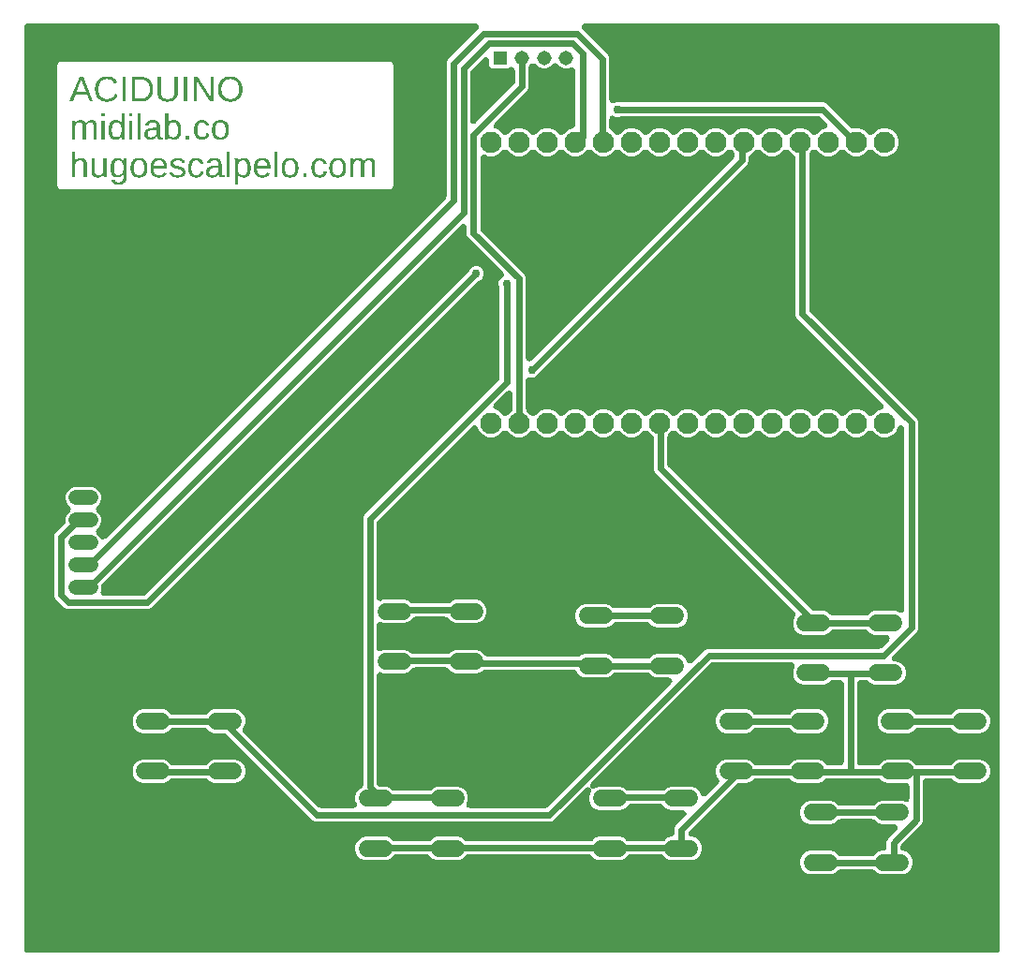
<source format=gbr>
G04 EAGLE Gerber RS-274X export*
G75*
%MOMM*%
%FSLAX34Y34*%
%LPD*%
%INTop Copper*%
%IPPOS*%
%AMOC8*
5,1,8,0,0,1.08239X$1,22.5*%
G01*
G04 Define Apertures*
%ADD10C,1.930400*%
%ADD11R,1.308000X1.308000*%
%ADD12C,1.308000*%
%ADD13C,1.524000*%
%ADD14C,1.320800*%
%ADD15C,0.609600*%
%ADD16C,0.756400*%
G36*
X889481Y10401D02*
X888292Y10160D01*
X13208Y10160D01*
X12109Y10365D01*
X11087Y11019D01*
X10401Y12019D01*
X10160Y13208D01*
X10160Y847092D01*
X10365Y848191D01*
X11019Y849213D01*
X12019Y849899D01*
X13208Y850140D01*
X418108Y850140D01*
X419162Y849952D01*
X420194Y849315D01*
X420896Y848325D01*
X421156Y847141D01*
X420934Y845948D01*
X420264Y844937D01*
X392596Y817269D01*
X391668Y815029D01*
X391668Y694160D01*
X391445Y693016D01*
X390775Y692004D01*
X83548Y384777D01*
X82649Y384155D01*
X81466Y383885D01*
X80272Y384098D01*
X79255Y384760D01*
X78577Y385766D01*
X78287Y386467D01*
X75749Y389005D01*
X75117Y389927D01*
X74857Y391111D01*
X75079Y392304D01*
X75749Y393315D01*
X78287Y395853D01*
X79756Y399400D01*
X79756Y403240D01*
X78287Y406787D01*
X75749Y409325D01*
X75117Y410247D01*
X74857Y411431D01*
X75079Y412624D01*
X75749Y413635D01*
X78287Y416173D01*
X79756Y419720D01*
X79756Y423560D01*
X78287Y427107D01*
X75571Y429823D01*
X72024Y431292D01*
X54976Y431292D01*
X51429Y429823D01*
X48713Y427107D01*
X47244Y423560D01*
X47244Y419720D01*
X48713Y416173D01*
X51251Y413635D01*
X51883Y412713D01*
X52143Y411529D01*
X51921Y410336D01*
X51251Y409325D01*
X48713Y406787D01*
X47244Y403240D01*
X47244Y400028D01*
X47021Y398884D01*
X46351Y397872D01*
X38266Y389787D01*
X37338Y387547D01*
X37338Y332543D01*
X38266Y330303D01*
X46839Y321730D01*
X49079Y320802D01*
X122371Y320802D01*
X124611Y321730D01*
X420006Y617125D01*
X420995Y617786D01*
X422207Y618288D01*
X424128Y620209D01*
X425168Y622719D01*
X425168Y625437D01*
X424128Y627947D01*
X422207Y629868D01*
X419697Y630908D01*
X416979Y630908D01*
X414469Y629868D01*
X412548Y627947D01*
X412046Y626735D01*
X411385Y625746D01*
X119526Y333887D01*
X118559Y333235D01*
X117370Y332994D01*
X82062Y332994D01*
X80986Y333190D01*
X79959Y333836D01*
X79265Y334831D01*
X79014Y336018D01*
X79246Y337208D01*
X79756Y338440D01*
X79756Y341906D01*
X79979Y343050D01*
X80649Y344062D01*
X404753Y668166D01*
X405630Y668778D01*
X406811Y669057D01*
X408007Y668854D01*
X409029Y668200D01*
X409715Y667199D01*
X409956Y666010D01*
X409956Y659441D01*
X410884Y657201D01*
X442536Y625549D01*
X443158Y624649D01*
X443428Y623466D01*
X443215Y622272D01*
X442553Y621256D01*
X442183Y621006D01*
X439980Y618803D01*
X438940Y616293D01*
X438940Y613575D01*
X439442Y612364D01*
X439674Y611197D01*
X439674Y529568D01*
X439451Y528424D01*
X438781Y527412D01*
X317158Y405789D01*
X316230Y403549D01*
X316230Y161611D01*
X316016Y160490D01*
X315354Y159473D01*
X314348Y158795D01*
X313997Y158650D01*
X310996Y155649D01*
X309372Y151728D01*
X309372Y147484D01*
X310325Y145184D01*
X310555Y144115D01*
X310352Y142919D01*
X309698Y141897D01*
X308697Y141211D01*
X307509Y140970D01*
X278108Y140970D01*
X276964Y141193D01*
X275952Y141863D01*
X208319Y209496D01*
X207687Y210418D01*
X207427Y211603D01*
X207649Y212795D01*
X207704Y212878D01*
X209550Y217334D01*
X209550Y221578D01*
X207926Y225499D01*
X204925Y228500D01*
X201004Y230124D01*
X181520Y230124D01*
X177599Y228500D01*
X175544Y226445D01*
X174577Y225793D01*
X173389Y225552D01*
X144111Y225552D01*
X142967Y225775D01*
X141956Y226445D01*
X139901Y228500D01*
X135980Y230124D01*
X116496Y230124D01*
X112575Y228500D01*
X109574Y225499D01*
X107950Y221578D01*
X107950Y217334D01*
X109574Y213413D01*
X112575Y210412D01*
X116496Y208788D01*
X135980Y208788D01*
X139901Y210412D01*
X141956Y212467D01*
X142923Y213119D01*
X144111Y213360D01*
X173389Y213360D01*
X174533Y213137D01*
X175544Y212467D01*
X177599Y210412D01*
X181520Y208788D01*
X190522Y208788D01*
X191666Y208565D01*
X192678Y207895D01*
X270867Y129706D01*
X273107Y128778D01*
X485845Y128778D01*
X488085Y129706D01*
X517355Y158976D01*
X518211Y159578D01*
X519389Y159866D01*
X520586Y159673D01*
X521614Y159027D01*
X522307Y158032D01*
X522558Y156845D01*
X522326Y155654D01*
X520700Y151728D01*
X520700Y147484D01*
X522324Y143563D01*
X525325Y140562D01*
X529246Y138938D01*
X548730Y138938D01*
X552651Y140562D01*
X555976Y143887D01*
X556943Y144539D01*
X558131Y144780D01*
X584869Y144780D01*
X586013Y144557D01*
X587024Y143887D01*
X590349Y140562D01*
X594270Y138938D01*
X605304Y138938D01*
X606358Y138750D01*
X607390Y138113D01*
X608092Y137123D01*
X608352Y135939D01*
X608130Y134746D01*
X607460Y133735D01*
X598336Y124611D01*
X597408Y122371D01*
X597408Y118110D01*
X597203Y117011D01*
X596549Y115989D01*
X595549Y115303D01*
X594360Y115062D01*
X594270Y115062D01*
X590349Y113438D01*
X589056Y112145D01*
X588089Y111493D01*
X586901Y111252D01*
X556099Y111252D01*
X554955Y111475D01*
X553944Y112145D01*
X552651Y113438D01*
X548730Y115062D01*
X529246Y115062D01*
X525325Y113438D01*
X524032Y112145D01*
X523065Y111493D01*
X521877Y111252D01*
X409795Y111252D01*
X408651Y111475D01*
X407640Y112145D01*
X406347Y113438D01*
X402426Y115062D01*
X382942Y115062D01*
X379021Y113438D01*
X377728Y112145D01*
X376761Y111493D01*
X375573Y111252D01*
X344771Y111252D01*
X343627Y111475D01*
X342616Y112145D01*
X341323Y113438D01*
X337402Y115062D01*
X317918Y115062D01*
X313997Y113438D01*
X310996Y110437D01*
X309372Y106516D01*
X309372Y102272D01*
X310996Y98351D01*
X313997Y95350D01*
X317918Y93726D01*
X337402Y93726D01*
X341323Y95350D01*
X344140Y98167D01*
X345107Y98819D01*
X346295Y99060D01*
X374049Y99060D01*
X375193Y98837D01*
X376204Y98167D01*
X379021Y95350D01*
X382942Y93726D01*
X402426Y93726D01*
X406347Y95350D01*
X409164Y98167D01*
X410131Y98819D01*
X411319Y99060D01*
X520353Y99060D01*
X521497Y98837D01*
X522508Y98167D01*
X525325Y95350D01*
X529246Y93726D01*
X548730Y93726D01*
X552651Y95350D01*
X555468Y98167D01*
X556435Y98819D01*
X557623Y99060D01*
X585377Y99060D01*
X586521Y98837D01*
X587532Y98167D01*
X590349Y95350D01*
X594270Y93726D01*
X613754Y93726D01*
X617675Y95350D01*
X620676Y98351D01*
X622300Y102272D01*
X622300Y106516D01*
X620676Y110437D01*
X617675Y113438D01*
X613754Y115062D01*
X613388Y115062D01*
X612334Y115250D01*
X611302Y115887D01*
X610600Y116877D01*
X610340Y118061D01*
X610562Y119254D01*
X611232Y120265D01*
X653650Y162683D01*
X654617Y163335D01*
X655806Y163576D01*
X663030Y163576D01*
X666951Y165200D01*
X668498Y166747D01*
X669465Y167399D01*
X670653Y167640D01*
X700947Y167640D01*
X702091Y167417D01*
X703102Y166747D01*
X704649Y165200D01*
X708570Y163576D01*
X728054Y163576D01*
X731975Y165200D01*
X733522Y166747D01*
X734489Y167399D01*
X735677Y167640D01*
X781973Y167640D01*
X783117Y167417D01*
X784128Y166747D01*
X785675Y165200D01*
X789596Y163576D01*
X806958Y163576D01*
X808057Y163371D01*
X809079Y162717D01*
X809765Y161717D01*
X810006Y160528D01*
X810006Y149753D01*
X809810Y148677D01*
X809164Y147650D01*
X808169Y146956D01*
X806982Y146705D01*
X805792Y146937D01*
X804254Y147574D01*
X784770Y147574D01*
X780849Y145950D01*
X779048Y144149D01*
X778081Y143497D01*
X776893Y143256D01*
X747107Y143256D01*
X745963Y143479D01*
X744952Y144149D01*
X743151Y145950D01*
X739230Y147574D01*
X719746Y147574D01*
X715825Y145950D01*
X712824Y142949D01*
X711200Y139028D01*
X711200Y134784D01*
X712824Y130863D01*
X715825Y127862D01*
X719746Y126238D01*
X739230Y126238D01*
X743151Y127862D01*
X745460Y130171D01*
X746427Y130823D01*
X747615Y131064D01*
X776385Y131064D01*
X777529Y130841D01*
X778540Y130171D01*
X780849Y127862D01*
X784770Y126238D01*
X796058Y126238D01*
X797112Y126050D01*
X798144Y125413D01*
X798846Y124423D01*
X799106Y123239D01*
X798884Y122046D01*
X798214Y121035D01*
X790360Y113181D01*
X789432Y110941D01*
X789432Y105410D01*
X789227Y104311D01*
X788573Y103289D01*
X787573Y102603D01*
X786384Y102362D01*
X784770Y102362D01*
X780849Y100738D01*
X778540Y98429D01*
X777573Y97777D01*
X776385Y97536D01*
X747615Y97536D01*
X746471Y97759D01*
X745460Y98429D01*
X743151Y100738D01*
X739230Y102362D01*
X719746Y102362D01*
X715825Y100738D01*
X712824Y97737D01*
X711200Y93816D01*
X711200Y89572D01*
X712824Y85651D01*
X715825Y82650D01*
X719746Y81026D01*
X739230Y81026D01*
X743151Y82650D01*
X744952Y84451D01*
X745919Y85103D01*
X747107Y85344D01*
X776893Y85344D01*
X778037Y85121D01*
X779048Y84451D01*
X780849Y82650D01*
X784770Y81026D01*
X804254Y81026D01*
X808175Y82650D01*
X811176Y85651D01*
X812800Y89572D01*
X812800Y93816D01*
X811176Y97737D01*
X808175Y100738D01*
X803912Y102504D01*
X803573Y102567D01*
X802551Y103221D01*
X801865Y104221D01*
X801624Y105410D01*
X801624Y105940D01*
X801847Y107084D01*
X802517Y108096D01*
X821270Y126849D01*
X822198Y129089D01*
X822198Y164592D01*
X822403Y165691D01*
X823057Y166713D01*
X824057Y167399D01*
X825246Y167640D01*
X846997Y167640D01*
X848141Y167417D01*
X849152Y166747D01*
X850699Y165200D01*
X854620Y163576D01*
X874104Y163576D01*
X878025Y165200D01*
X881026Y168201D01*
X882650Y172122D01*
X882650Y176366D01*
X881026Y180287D01*
X878025Y183288D01*
X874104Y184912D01*
X854620Y184912D01*
X850699Y183288D01*
X848136Y180725D01*
X847169Y180073D01*
X845981Y179832D01*
X817719Y179832D01*
X816575Y180055D01*
X815564Y180725D01*
X813001Y183288D01*
X809080Y184912D01*
X789596Y184912D01*
X785675Y183288D01*
X783112Y180725D01*
X782145Y180073D01*
X780957Y179832D01*
X765810Y179832D01*
X764711Y180037D01*
X763689Y180691D01*
X763003Y181691D01*
X762762Y182880D01*
X762762Y253746D01*
X762967Y254845D01*
X763621Y255867D01*
X764621Y256553D01*
X765810Y256794D01*
X770543Y256794D01*
X771687Y256571D01*
X772698Y255901D01*
X774499Y254100D01*
X778420Y252476D01*
X797904Y252476D01*
X801825Y254100D01*
X804826Y257101D01*
X806450Y261022D01*
X806450Y265266D01*
X804826Y269187D01*
X801825Y272188D01*
X797904Y273812D01*
X797284Y273812D01*
X796230Y274000D01*
X795198Y274637D01*
X794496Y275627D01*
X794236Y276811D01*
X794458Y278004D01*
X795128Y279015D01*
X816698Y300585D01*
X817626Y302825D01*
X817626Y490417D01*
X816698Y492657D01*
X720221Y589134D01*
X719569Y590101D01*
X719328Y591290D01*
X719328Y731855D01*
X719551Y732999D01*
X720221Y734010D01*
X721745Y735534D01*
X722667Y736166D01*
X723851Y736427D01*
X725044Y736204D01*
X726055Y735534D01*
X729406Y732183D01*
X734074Y730250D01*
X739126Y730250D01*
X743794Y732183D01*
X747145Y735534D01*
X748067Y736166D01*
X749251Y736427D01*
X750444Y736204D01*
X751455Y735534D01*
X754806Y732183D01*
X759474Y730250D01*
X764526Y730250D01*
X769194Y732183D01*
X772545Y735534D01*
X773467Y736166D01*
X774651Y736427D01*
X775844Y736204D01*
X776855Y735534D01*
X780206Y732183D01*
X784874Y730250D01*
X789926Y730250D01*
X794594Y732183D01*
X798167Y735756D01*
X800100Y740424D01*
X800100Y745476D01*
X798167Y750144D01*
X794594Y753717D01*
X789926Y755650D01*
X784874Y755650D01*
X780206Y753717D01*
X776855Y750366D01*
X775933Y749734D01*
X774749Y749473D01*
X773556Y749696D01*
X772545Y750366D01*
X769194Y753717D01*
X764526Y755650D01*
X759229Y755650D01*
X758601Y755520D01*
X757408Y755742D01*
X756397Y756412D01*
X734973Y777836D01*
X732733Y778764D01*
X550091Y778764D01*
X548924Y778996D01*
X547713Y779498D01*
X544995Y779498D01*
X542948Y778650D01*
X541879Y778420D01*
X540683Y778623D01*
X539661Y779277D01*
X538975Y780277D01*
X538734Y781466D01*
X538734Y819601D01*
X537806Y821841D01*
X514710Y844937D01*
X514098Y845814D01*
X513819Y846995D01*
X514023Y848191D01*
X514676Y849213D01*
X515677Y849899D01*
X516866Y850140D01*
X888292Y850140D01*
X889391Y849935D01*
X890413Y849281D01*
X891099Y848281D01*
X891340Y847092D01*
X891340Y13208D01*
X891135Y12109D01*
X890481Y11087D01*
X889481Y10401D01*
G37*
%LPC*%
G36*
X43009Y700532D02*
X340470Y700532D01*
X340811Y700570D01*
X341144Y700647D01*
X341467Y700760D01*
X341776Y700908D01*
X342066Y701090D01*
X342333Y701304D01*
X342575Y701546D01*
X342789Y701813D01*
X342971Y702103D01*
X343120Y702412D01*
X343233Y702735D01*
X343309Y703069D01*
X343347Y703409D01*
X343347Y812870D01*
X343309Y813210D01*
X343233Y813543D01*
X343120Y813867D01*
X342971Y814175D01*
X342789Y814465D01*
X342575Y814733D01*
X342333Y814975D01*
X342066Y815188D01*
X341776Y815370D01*
X341467Y815519D01*
X341144Y815632D01*
X340811Y815708D01*
X340470Y815746D01*
X43009Y815746D01*
X42669Y815708D01*
X42335Y815632D01*
X42012Y815519D01*
X41703Y815370D01*
X41413Y815188D01*
X41146Y814975D01*
X40904Y814733D01*
X40690Y814465D01*
X40508Y814175D01*
X40360Y813867D01*
X40247Y813543D01*
X40170Y813210D01*
X40132Y812870D01*
X40132Y703409D01*
X40170Y703069D01*
X40247Y702735D01*
X40360Y702412D01*
X40508Y702103D01*
X40690Y701813D01*
X40904Y701546D01*
X41146Y701304D01*
X41413Y701090D01*
X41703Y700908D01*
X42012Y700760D01*
X42335Y700647D01*
X42669Y700570D01*
X43009Y700532D01*
G37*
G36*
X789596Y208788D02*
X809080Y208788D01*
X813001Y210412D01*
X815056Y212467D01*
X816023Y213119D01*
X817211Y213360D01*
X846489Y213360D01*
X847633Y213137D01*
X848644Y212467D01*
X850699Y210412D01*
X854620Y208788D01*
X874104Y208788D01*
X878025Y210412D01*
X881026Y213413D01*
X882650Y217334D01*
X882650Y221578D01*
X881026Y225499D01*
X878025Y228500D01*
X874104Y230124D01*
X854620Y230124D01*
X850699Y228500D01*
X848644Y226445D01*
X847677Y225793D01*
X846489Y225552D01*
X817211Y225552D01*
X816067Y225775D01*
X815056Y226445D01*
X813001Y228500D01*
X809080Y230124D01*
X789596Y230124D01*
X785675Y228500D01*
X782674Y225499D01*
X781050Y221578D01*
X781050Y217334D01*
X782674Y213413D01*
X785675Y210412D01*
X789596Y208788D01*
G37*
G36*
X116496Y163576D02*
X135980Y163576D01*
X139901Y165200D01*
X141448Y166747D01*
X142415Y167399D01*
X143603Y167640D01*
X173897Y167640D01*
X175041Y167417D01*
X176052Y166747D01*
X177599Y165200D01*
X181520Y163576D01*
X201004Y163576D01*
X204925Y165200D01*
X207926Y168201D01*
X209550Y172122D01*
X209550Y176366D01*
X207926Y180287D01*
X204925Y183288D01*
X201004Y184912D01*
X181520Y184912D01*
X177599Y183288D01*
X175036Y180725D01*
X174069Y180073D01*
X172881Y179832D01*
X144619Y179832D01*
X143475Y180055D01*
X142464Y180725D01*
X139901Y183288D01*
X135980Y184912D01*
X116496Y184912D01*
X112575Y183288D01*
X109574Y180287D01*
X107950Y176366D01*
X107950Y172122D01*
X109574Y168201D01*
X112575Y165200D01*
X116496Y163576D01*
G37*
%LPD*%
G36*
X417330Y759972D02*
X416149Y759693D01*
X414953Y759897D01*
X413931Y760550D01*
X413245Y761551D01*
X413004Y762740D01*
X413004Y805456D01*
X413227Y806600D01*
X413897Y807612D01*
X425109Y818824D01*
X425986Y819436D01*
X427167Y819715D01*
X428363Y819512D01*
X429385Y818858D01*
X430071Y817857D01*
X430312Y816668D01*
X430312Y812004D01*
X430776Y810883D01*
X431633Y810026D01*
X432754Y809562D01*
X447046Y809562D01*
X448167Y810026D01*
X448187Y810046D01*
X449064Y810658D01*
X450245Y810937D01*
X451441Y810734D01*
X452463Y810080D01*
X453149Y809080D01*
X453390Y807891D01*
X453390Y797030D01*
X453167Y795886D01*
X452497Y794874D01*
X418207Y760584D01*
X417330Y759972D01*
G37*
G36*
X496533Y749734D02*
X495349Y749473D01*
X494156Y749696D01*
X493145Y750366D01*
X489794Y753717D01*
X485126Y755650D01*
X480074Y755650D01*
X475406Y753717D01*
X472055Y750366D01*
X471133Y749734D01*
X469949Y749473D01*
X468756Y749696D01*
X467745Y750366D01*
X464394Y753717D01*
X459726Y755650D01*
X454674Y755650D01*
X450006Y753717D01*
X446655Y750366D01*
X445733Y749734D01*
X444549Y749473D01*
X443356Y749696D01*
X442345Y750366D01*
X438994Y753717D01*
X435846Y755021D01*
X434927Y755614D01*
X434225Y756603D01*
X433965Y757788D01*
X434187Y758981D01*
X434857Y759992D01*
X464654Y789789D01*
X465582Y792029D01*
X465582Y810010D01*
X465805Y811154D01*
X466475Y812165D01*
X467745Y813435D01*
X468667Y814067D01*
X469851Y814328D01*
X471044Y814105D01*
X472055Y813435D01*
X474469Y811022D01*
X477993Y809562D01*
X481807Y809562D01*
X485331Y811022D01*
X487745Y813435D01*
X488667Y814067D01*
X489851Y814328D01*
X491044Y814105D01*
X492055Y813435D01*
X494469Y811022D01*
X497993Y809562D01*
X501807Y809562D01*
X504040Y810487D01*
X505109Y810717D01*
X506305Y810514D01*
X507327Y809860D01*
X508013Y808860D01*
X508254Y807671D01*
X508254Y758698D01*
X508049Y757599D01*
X507395Y756577D01*
X506395Y755891D01*
X505731Y755757D01*
X500806Y753717D01*
X497455Y750366D01*
X496533Y749734D01*
G37*
G36*
X725133Y749734D02*
X723949Y749473D01*
X722756Y749696D01*
X721745Y750366D01*
X718394Y753717D01*
X713726Y755650D01*
X708674Y755650D01*
X704006Y753717D01*
X700655Y750366D01*
X699733Y749734D01*
X698549Y749473D01*
X697356Y749696D01*
X696345Y750366D01*
X692994Y753717D01*
X688326Y755650D01*
X683274Y755650D01*
X678606Y753717D01*
X675255Y750366D01*
X674333Y749734D01*
X673149Y749473D01*
X671956Y749696D01*
X670945Y750366D01*
X667594Y753717D01*
X662926Y755650D01*
X657874Y755650D01*
X653206Y753717D01*
X649855Y750366D01*
X648933Y749734D01*
X647749Y749473D01*
X646556Y749696D01*
X645545Y750366D01*
X642194Y753717D01*
X637526Y755650D01*
X632474Y755650D01*
X627806Y753717D01*
X624455Y750366D01*
X623533Y749734D01*
X622349Y749473D01*
X621156Y749696D01*
X620145Y750366D01*
X616794Y753717D01*
X612126Y755650D01*
X607074Y755650D01*
X602406Y753717D01*
X599055Y750366D01*
X598133Y749734D01*
X596949Y749473D01*
X595756Y749696D01*
X594745Y750366D01*
X591394Y753717D01*
X586726Y755650D01*
X581674Y755650D01*
X577006Y753717D01*
X573655Y750366D01*
X572733Y749734D01*
X571549Y749473D01*
X570356Y749696D01*
X569345Y750366D01*
X565994Y753717D01*
X561326Y755650D01*
X556274Y755650D01*
X551606Y753717D01*
X548255Y750366D01*
X547333Y749734D01*
X546149Y749473D01*
X544956Y749696D01*
X543945Y750366D01*
X540579Y753732D01*
X539661Y754334D01*
X538975Y755335D01*
X538734Y756524D01*
X538734Y763870D01*
X538930Y764946D01*
X539576Y765973D01*
X540571Y766667D01*
X541758Y766918D01*
X542948Y766686D01*
X544995Y765838D01*
X547713Y765838D01*
X548924Y766340D01*
X550091Y766572D01*
X727732Y766572D01*
X728876Y766349D01*
X729888Y765679D01*
X734980Y760587D01*
X735602Y759687D01*
X735872Y758505D01*
X735659Y757310D01*
X734997Y756294D01*
X733991Y755616D01*
X729406Y753717D01*
X726055Y750366D01*
X725133Y749734D01*
G37*
G36*
X467622Y545088D02*
X466441Y544809D01*
X465245Y545013D01*
X464223Y545666D01*
X463537Y546667D01*
X463296Y547856D01*
X463296Y620719D01*
X462368Y622959D01*
X423041Y662286D01*
X422389Y663253D01*
X422148Y664442D01*
X422148Y728640D01*
X422344Y729716D01*
X422990Y730743D01*
X423985Y731437D01*
X425172Y731688D01*
X426362Y731456D01*
X429274Y730250D01*
X434326Y730250D01*
X438994Y732183D01*
X442345Y735534D01*
X443267Y736166D01*
X444451Y736427D01*
X445644Y736204D01*
X446655Y735534D01*
X450006Y732183D01*
X454674Y730250D01*
X459726Y730250D01*
X464394Y732183D01*
X467745Y735534D01*
X468667Y736166D01*
X469851Y736427D01*
X471044Y736204D01*
X472055Y735534D01*
X475406Y732183D01*
X480074Y730250D01*
X485126Y730250D01*
X489794Y732183D01*
X493145Y735534D01*
X494067Y736166D01*
X495251Y736427D01*
X496444Y736204D01*
X497455Y735534D01*
X500806Y732183D01*
X505474Y730250D01*
X510526Y730250D01*
X515194Y732183D01*
X518545Y735534D01*
X519467Y736166D01*
X520651Y736427D01*
X521844Y736204D01*
X522855Y735534D01*
X526206Y732183D01*
X530874Y730250D01*
X535926Y730250D01*
X540594Y732183D01*
X543945Y735534D01*
X544867Y736166D01*
X546051Y736427D01*
X547244Y736204D01*
X548255Y735534D01*
X551606Y732183D01*
X556274Y730250D01*
X561326Y730250D01*
X565994Y732183D01*
X569345Y735534D01*
X570267Y736166D01*
X571451Y736427D01*
X572644Y736204D01*
X573655Y735534D01*
X577006Y732183D01*
X581674Y730250D01*
X586726Y730250D01*
X591394Y732183D01*
X594745Y735534D01*
X595667Y736166D01*
X596851Y736427D01*
X598044Y736204D01*
X599055Y735534D01*
X602406Y732183D01*
X607074Y730250D01*
X612126Y730250D01*
X616794Y732183D01*
X620145Y735534D01*
X621067Y736166D01*
X622251Y736427D01*
X623444Y736204D01*
X624455Y735534D01*
X627806Y732183D01*
X632474Y730250D01*
X637526Y730250D01*
X642194Y732183D01*
X645545Y735534D01*
X646467Y736166D01*
X647651Y736427D01*
X648844Y736204D01*
X649855Y735534D01*
X651379Y734010D01*
X652031Y733044D01*
X652272Y731855D01*
X652272Y730736D01*
X652049Y729592D01*
X651379Y728580D01*
X468499Y545700D01*
X467622Y545088D01*
G37*
G36*
X775933Y495734D02*
X774749Y495473D01*
X773556Y495696D01*
X772545Y496366D01*
X769194Y499717D01*
X764526Y501650D01*
X759474Y501650D01*
X754806Y499717D01*
X751455Y496366D01*
X750533Y495734D01*
X749349Y495473D01*
X748156Y495696D01*
X747145Y496366D01*
X743794Y499717D01*
X739126Y501650D01*
X734074Y501650D01*
X729406Y499717D01*
X726055Y496366D01*
X725133Y495734D01*
X723949Y495473D01*
X722756Y495696D01*
X721745Y496366D01*
X718394Y499717D01*
X713726Y501650D01*
X708674Y501650D01*
X704006Y499717D01*
X700655Y496366D01*
X699733Y495734D01*
X698549Y495473D01*
X697356Y495696D01*
X696345Y496366D01*
X692994Y499717D01*
X688326Y501650D01*
X683274Y501650D01*
X678606Y499717D01*
X675255Y496366D01*
X674333Y495734D01*
X673149Y495473D01*
X671956Y495696D01*
X670945Y496366D01*
X667594Y499717D01*
X662926Y501650D01*
X657874Y501650D01*
X653206Y499717D01*
X649855Y496366D01*
X648933Y495734D01*
X647749Y495473D01*
X646556Y495696D01*
X645545Y496366D01*
X642194Y499717D01*
X637526Y501650D01*
X632474Y501650D01*
X627806Y499717D01*
X624455Y496366D01*
X623533Y495734D01*
X622349Y495473D01*
X621156Y495696D01*
X620145Y496366D01*
X616794Y499717D01*
X612126Y501650D01*
X607074Y501650D01*
X602406Y499717D01*
X599055Y496366D01*
X598133Y495734D01*
X596949Y495473D01*
X595756Y495696D01*
X594745Y496366D01*
X591394Y499717D01*
X586726Y501650D01*
X581674Y501650D01*
X577006Y499717D01*
X573655Y496366D01*
X572733Y495734D01*
X571549Y495473D01*
X570356Y495696D01*
X569345Y496366D01*
X565994Y499717D01*
X561326Y501650D01*
X556274Y501650D01*
X551606Y499717D01*
X548255Y496366D01*
X547333Y495734D01*
X546149Y495473D01*
X544956Y495696D01*
X543945Y496366D01*
X540594Y499717D01*
X535926Y501650D01*
X530874Y501650D01*
X526206Y499717D01*
X522855Y496366D01*
X521933Y495734D01*
X520749Y495473D01*
X519556Y495696D01*
X518545Y496366D01*
X515194Y499717D01*
X510526Y501650D01*
X505474Y501650D01*
X500806Y499717D01*
X497455Y496366D01*
X496533Y495734D01*
X495349Y495473D01*
X494156Y495696D01*
X493145Y496366D01*
X489794Y499717D01*
X485126Y501650D01*
X480074Y501650D01*
X475406Y499717D01*
X472055Y496366D01*
X471133Y495734D01*
X469949Y495473D01*
X468756Y495696D01*
X467745Y496366D01*
X464189Y499922D01*
X463537Y500888D01*
X463296Y502077D01*
X463296Y527465D01*
X463492Y528541D01*
X464138Y529568D01*
X465133Y530262D01*
X466320Y530513D01*
X467002Y530380D01*
X469989Y530380D01*
X472499Y531420D01*
X474420Y533341D01*
X474922Y534553D01*
X475583Y535542D01*
X663536Y723495D01*
X664464Y725735D01*
X664464Y728850D01*
X664678Y729972D01*
X665340Y730988D01*
X666346Y731666D01*
X667594Y732183D01*
X670945Y735534D01*
X671867Y736166D01*
X673051Y736427D01*
X674244Y736204D01*
X675255Y735534D01*
X678606Y732183D01*
X683274Y730250D01*
X688326Y730250D01*
X692994Y732183D01*
X696345Y735534D01*
X697267Y736166D01*
X698451Y736427D01*
X699644Y736204D01*
X700655Y735534D01*
X704006Y732183D01*
X705254Y731666D01*
X706209Y731040D01*
X706895Y730039D01*
X707136Y728850D01*
X707136Y586289D01*
X708064Y584049D01*
X785600Y506513D01*
X786222Y505613D01*
X786492Y504430D01*
X786279Y503236D01*
X785617Y502219D01*
X784612Y501541D01*
X780206Y499717D01*
X776855Y496366D01*
X775933Y495734D01*
G37*
G36*
X445733Y495734D02*
X444549Y495473D01*
X443356Y495696D01*
X442345Y496366D01*
X438994Y499717D01*
X435666Y501095D01*
X434747Y501688D01*
X434045Y502678D01*
X433785Y503862D01*
X434007Y505055D01*
X434677Y506066D01*
X445901Y517290D01*
X446778Y517902D01*
X447959Y518181D01*
X449155Y517978D01*
X450177Y517324D01*
X450863Y516323D01*
X451104Y515134D01*
X451104Y502077D01*
X450881Y500933D01*
X450211Y499922D01*
X446655Y496366D01*
X445733Y495734D01*
G37*
G36*
X771731Y314947D02*
X770543Y314706D01*
X740757Y314706D01*
X739613Y314929D01*
X738602Y315599D01*
X736801Y317400D01*
X732880Y319024D01*
X724132Y319024D01*
X722988Y319247D01*
X721976Y319917D01*
X592205Y449688D01*
X591553Y450655D01*
X591312Y451844D01*
X591312Y476839D01*
X591535Y477983D01*
X592205Y478994D01*
X594745Y481534D01*
X595667Y482166D01*
X596851Y482427D01*
X598044Y482204D01*
X599055Y481534D01*
X602406Y478183D01*
X607074Y476250D01*
X612126Y476250D01*
X616794Y478183D01*
X620145Y481534D01*
X621067Y482166D01*
X622251Y482427D01*
X623444Y482204D01*
X624455Y481534D01*
X627806Y478183D01*
X632474Y476250D01*
X637526Y476250D01*
X642194Y478183D01*
X645545Y481534D01*
X646467Y482166D01*
X647651Y482427D01*
X648844Y482204D01*
X649855Y481534D01*
X653206Y478183D01*
X657874Y476250D01*
X662926Y476250D01*
X667594Y478183D01*
X670945Y481534D01*
X671867Y482166D01*
X673051Y482427D01*
X674244Y482204D01*
X675255Y481534D01*
X678606Y478183D01*
X683274Y476250D01*
X688326Y476250D01*
X692994Y478183D01*
X696345Y481534D01*
X697267Y482166D01*
X698451Y482427D01*
X699644Y482204D01*
X700655Y481534D01*
X704006Y478183D01*
X708674Y476250D01*
X713726Y476250D01*
X718394Y478183D01*
X721745Y481534D01*
X722667Y482166D01*
X723851Y482427D01*
X725044Y482204D01*
X726055Y481534D01*
X729406Y478183D01*
X734074Y476250D01*
X739126Y476250D01*
X743794Y478183D01*
X747145Y481534D01*
X748067Y482166D01*
X749251Y482427D01*
X750444Y482204D01*
X751455Y481534D01*
X754806Y478183D01*
X759474Y476250D01*
X764526Y476250D01*
X769194Y478183D01*
X772545Y481534D01*
X773467Y482166D01*
X774651Y482427D01*
X775844Y482204D01*
X776855Y481534D01*
X780206Y478183D01*
X784874Y476250D01*
X789926Y476250D01*
X794594Y478183D01*
X798167Y481756D01*
X799570Y485144D01*
X800130Y486028D01*
X801108Y486745D01*
X802289Y487024D01*
X803485Y486821D01*
X804507Y486167D01*
X805193Y485167D01*
X805434Y483978D01*
X805434Y320467D01*
X805238Y319391D01*
X804592Y318364D01*
X803597Y317670D01*
X802410Y317419D01*
X801220Y317651D01*
X797904Y319024D01*
X778420Y319024D01*
X774499Y317400D01*
X772698Y315599D01*
X771731Y314947D01*
G37*
G36*
X612849Y271990D02*
X611667Y271720D01*
X610472Y271933D01*
X609456Y272595D01*
X608778Y273601D01*
X607976Y275537D01*
X604975Y278538D01*
X601054Y280162D01*
X581570Y280162D01*
X577649Y278538D01*
X575848Y276737D01*
X574881Y276085D01*
X573693Y275844D01*
X543907Y275844D01*
X542763Y276067D01*
X541752Y276737D01*
X539951Y278538D01*
X536030Y280162D01*
X516546Y280162D01*
X512200Y278362D01*
X511034Y278130D01*
X428807Y278130D01*
X427685Y278344D01*
X426669Y279006D01*
X426590Y279123D01*
X423195Y282518D01*
X419274Y284142D01*
X399790Y284142D01*
X395869Y282518D01*
X394660Y281309D01*
X393693Y280657D01*
X392505Y280416D01*
X361535Y280416D01*
X360391Y280639D01*
X359380Y281309D01*
X358171Y282518D01*
X354250Y284142D01*
X334766Y284142D01*
X332636Y283260D01*
X331567Y283029D01*
X330371Y283233D01*
X329349Y283887D01*
X328663Y284887D01*
X328422Y286076D01*
X328422Y306084D01*
X328618Y307160D01*
X329264Y308187D01*
X330259Y308881D01*
X331446Y309132D01*
X332636Y308900D01*
X334766Y308018D01*
X354250Y308018D01*
X358171Y309642D01*
X361580Y313051D01*
X362547Y313703D01*
X363735Y313944D01*
X390305Y313944D01*
X391449Y313721D01*
X392460Y313051D01*
X395869Y309642D01*
X399790Y308018D01*
X419274Y308018D01*
X423195Y309642D01*
X426196Y312643D01*
X427820Y316564D01*
X427820Y320808D01*
X426196Y324729D01*
X423195Y327730D01*
X419274Y329354D01*
X399790Y329354D01*
X395869Y327730D01*
X395168Y327029D01*
X394201Y326377D01*
X393013Y326136D01*
X361027Y326136D01*
X359883Y326359D01*
X358872Y327029D01*
X358171Y327730D01*
X354250Y329354D01*
X334766Y329354D01*
X332636Y328472D01*
X331567Y328241D01*
X330371Y328445D01*
X329349Y329099D01*
X328663Y330099D01*
X328422Y331288D01*
X328422Y398548D01*
X328645Y399692D01*
X329315Y400704D01*
X414684Y486073D01*
X415583Y486695D01*
X416766Y486965D01*
X417960Y486752D01*
X418977Y486090D01*
X419655Y485084D01*
X421033Y481756D01*
X424606Y478183D01*
X429274Y476250D01*
X434326Y476250D01*
X438994Y478183D01*
X442345Y481534D01*
X443267Y482166D01*
X444451Y482427D01*
X445644Y482204D01*
X446655Y481534D01*
X450006Y478183D01*
X454674Y476250D01*
X459726Y476250D01*
X464394Y478183D01*
X467745Y481534D01*
X468667Y482166D01*
X469851Y482427D01*
X471044Y482204D01*
X472055Y481534D01*
X475406Y478183D01*
X480074Y476250D01*
X485126Y476250D01*
X489794Y478183D01*
X493145Y481534D01*
X494067Y482166D01*
X495251Y482427D01*
X496444Y482204D01*
X497455Y481534D01*
X500806Y478183D01*
X505474Y476250D01*
X510526Y476250D01*
X515194Y478183D01*
X518545Y481534D01*
X519467Y482166D01*
X520651Y482427D01*
X521844Y482204D01*
X522855Y481534D01*
X526206Y478183D01*
X530874Y476250D01*
X535926Y476250D01*
X540594Y478183D01*
X543945Y481534D01*
X544867Y482166D01*
X546051Y482427D01*
X547244Y482204D01*
X548255Y481534D01*
X551606Y478183D01*
X556274Y476250D01*
X561326Y476250D01*
X565994Y478183D01*
X569345Y481534D01*
X570267Y482166D01*
X571451Y482427D01*
X572644Y482204D01*
X573655Y481534D01*
X577006Y478183D01*
X577238Y478087D01*
X578193Y477461D01*
X578879Y476460D01*
X579120Y475271D01*
X579120Y446843D01*
X580048Y444603D01*
X706208Y318443D01*
X706840Y317521D01*
X707100Y316337D01*
X706878Y315144D01*
X706624Y314761D01*
X704850Y310478D01*
X704850Y306234D01*
X706474Y302313D01*
X709475Y299312D01*
X713396Y297688D01*
X732880Y297688D01*
X736801Y299312D01*
X739110Y301621D01*
X740077Y302273D01*
X741265Y302514D01*
X770035Y302514D01*
X771179Y302291D01*
X772190Y301621D01*
X774499Y299312D01*
X778420Y297688D01*
X789200Y297688D01*
X790254Y297500D01*
X791286Y296863D01*
X791988Y295873D01*
X792248Y294689D01*
X792026Y293496D01*
X791356Y292485D01*
X784752Y285881D01*
X783785Y285229D01*
X782596Y284988D01*
X627437Y284988D01*
X625197Y284060D01*
X613749Y272612D01*
X612849Y271990D01*
G37*
%LPC*%
G36*
X516546Y304038D02*
X536030Y304038D01*
X539951Y305662D01*
X542768Y308479D01*
X543735Y309131D01*
X544923Y309372D01*
X572677Y309372D01*
X573821Y309149D01*
X574832Y308479D01*
X577649Y305662D01*
X581570Y304038D01*
X601054Y304038D01*
X604975Y305662D01*
X607976Y308663D01*
X609600Y312584D01*
X609600Y316828D01*
X607976Y320749D01*
X604975Y323750D01*
X601054Y325374D01*
X581570Y325374D01*
X577649Y323750D01*
X576356Y322457D01*
X575389Y321805D01*
X574201Y321564D01*
X543399Y321564D01*
X542255Y321787D01*
X541244Y322457D01*
X539951Y323750D01*
X536030Y325374D01*
X516546Y325374D01*
X512625Y323750D01*
X509624Y320749D01*
X508000Y316828D01*
X508000Y312584D01*
X509624Y308663D01*
X512625Y305662D01*
X516546Y304038D01*
G37*
%LPD*%
G36*
X625549Y152102D02*
X624367Y151832D01*
X623172Y152045D01*
X622156Y152707D01*
X621478Y153713D01*
X620676Y155649D01*
X617675Y158650D01*
X613754Y160274D01*
X594270Y160274D01*
X590349Y158650D01*
X589564Y157865D01*
X588597Y157213D01*
X587409Y156972D01*
X555591Y156972D01*
X554447Y157195D01*
X553436Y157865D01*
X552651Y158650D01*
X548730Y160274D01*
X529246Y160274D01*
X525320Y158648D01*
X524299Y158419D01*
X523100Y158603D01*
X522068Y159241D01*
X521366Y160230D01*
X521106Y161415D01*
X521328Y162608D01*
X521998Y163619D01*
X630282Y271903D01*
X631249Y272555D01*
X632438Y272796D01*
X703407Y272796D01*
X704483Y272600D01*
X705511Y271954D01*
X706204Y270959D01*
X706455Y269772D01*
X706223Y268582D01*
X704850Y265266D01*
X704850Y261022D01*
X706474Y257101D01*
X709475Y254100D01*
X713396Y252476D01*
X732880Y252476D01*
X736801Y254100D01*
X738602Y255901D01*
X739569Y256553D01*
X740757Y256794D01*
X747522Y256794D01*
X748621Y256589D01*
X749643Y255935D01*
X750329Y254935D01*
X750570Y253746D01*
X750570Y182880D01*
X750365Y181781D01*
X749711Y180759D01*
X748711Y180073D01*
X747522Y179832D01*
X736693Y179832D01*
X735549Y180055D01*
X734538Y180725D01*
X731975Y183288D01*
X728054Y184912D01*
X708570Y184912D01*
X704649Y183288D01*
X702086Y180725D01*
X701119Y180073D01*
X699931Y179832D01*
X671669Y179832D01*
X670525Y180055D01*
X669514Y180725D01*
X666951Y183288D01*
X663030Y184912D01*
X643546Y184912D01*
X639625Y183288D01*
X636624Y180287D01*
X635000Y176366D01*
X635000Y172122D01*
X636624Y168201D01*
X637120Y167705D01*
X637752Y166784D01*
X638012Y165599D01*
X637790Y164406D01*
X637120Y163395D01*
X626449Y152724D01*
X625549Y152102D01*
G37*
%LPC*%
G36*
X643546Y208788D02*
X663030Y208788D01*
X666951Y210412D01*
X669006Y212467D01*
X669973Y213119D01*
X671161Y213360D01*
X700439Y213360D01*
X701583Y213137D01*
X702594Y212467D01*
X704649Y210412D01*
X708570Y208788D01*
X728054Y208788D01*
X731975Y210412D01*
X734976Y213413D01*
X736600Y217334D01*
X736600Y221578D01*
X734976Y225499D01*
X731975Y228500D01*
X728054Y230124D01*
X708570Y230124D01*
X704649Y228500D01*
X702594Y226445D01*
X701627Y225793D01*
X700439Y225552D01*
X671161Y225552D01*
X670017Y225775D01*
X669006Y226445D01*
X666951Y228500D01*
X663030Y230124D01*
X643546Y230124D01*
X639625Y228500D01*
X636624Y225499D01*
X635000Y221578D01*
X635000Y217334D01*
X636624Y213413D01*
X639625Y210412D01*
X643546Y208788D01*
G37*
%LPD*%
G36*
X482033Y141211D02*
X480844Y140970D01*
X412835Y140970D01*
X411759Y141166D01*
X410732Y141812D01*
X410038Y142807D01*
X409788Y143994D01*
X410019Y145184D01*
X410972Y147484D01*
X410972Y151728D01*
X409348Y155649D01*
X406347Y158650D01*
X402426Y160274D01*
X382942Y160274D01*
X379021Y158650D01*
X378236Y157865D01*
X377269Y157213D01*
X376081Y156972D01*
X344263Y156972D01*
X343119Y157195D01*
X342108Y157865D01*
X341323Y158650D01*
X337402Y160274D01*
X331956Y160274D01*
X330812Y160497D01*
X329800Y161167D01*
X329315Y161652D01*
X328663Y162619D01*
X328422Y163808D01*
X328422Y260872D01*
X328618Y261948D01*
X329264Y262975D01*
X330259Y263669D01*
X331446Y263920D01*
X332636Y263688D01*
X334766Y262806D01*
X354250Y262806D01*
X358171Y264430D01*
X361072Y267331D01*
X362039Y267983D01*
X363227Y268224D01*
X390813Y268224D01*
X391957Y268001D01*
X392968Y267331D01*
X395869Y264430D01*
X399790Y262806D01*
X419274Y262806D01*
X423195Y264430D01*
X423810Y265045D01*
X424777Y265697D01*
X425965Y265938D01*
X506557Y265938D01*
X507679Y265724D01*
X508695Y265062D01*
X509373Y264056D01*
X509624Y263451D01*
X512625Y260450D01*
X516546Y258826D01*
X536030Y258826D01*
X539951Y260450D01*
X542260Y262759D01*
X543227Y263411D01*
X544415Y263652D01*
X573185Y263652D01*
X574329Y263429D01*
X575340Y262759D01*
X577649Y260450D01*
X581570Y258826D01*
X592604Y258826D01*
X593658Y258638D01*
X594690Y258001D01*
X595392Y257011D01*
X595652Y255827D01*
X595430Y254634D01*
X594760Y253623D01*
X483000Y141863D01*
X482033Y141211D01*
G37*
G36*
X115640Y779780D02*
X107326Y779780D01*
X107326Y802011D01*
X114678Y802011D01*
X115374Y802000D01*
X116050Y801966D01*
X116705Y801911D01*
X117341Y801834D01*
X117956Y801734D01*
X118552Y801612D01*
X119127Y801469D01*
X119681Y801303D01*
X120216Y801115D01*
X120731Y800904D01*
X121225Y800672D01*
X121700Y800418D01*
X122154Y800141D01*
X122588Y799842D01*
X123001Y799521D01*
X123395Y799179D01*
X123767Y798815D01*
X124114Y798433D01*
X124438Y798032D01*
X124738Y797613D01*
X125013Y797175D01*
X125265Y796718D01*
X125493Y796243D01*
X125697Y795749D01*
X125876Y795236D01*
X126032Y794705D01*
X126164Y794155D01*
X126272Y793586D01*
X126356Y792998D01*
X126416Y792392D01*
X126452Y791768D01*
X126464Y791124D01*
X126443Y790278D01*
X126380Y789458D01*
X126275Y788665D01*
X126129Y787900D01*
X125940Y787161D01*
X125709Y786448D01*
X125437Y785763D01*
X125123Y785105D01*
X124770Y784479D01*
X124382Y783891D01*
X123959Y783340D01*
X123502Y782827D01*
X123009Y782352D01*
X122481Y781914D01*
X121918Y781515D01*
X121320Y781153D01*
X120693Y780831D01*
X120042Y780552D01*
X119368Y780316D01*
X118670Y780123D01*
X117948Y779973D01*
X117202Y779866D01*
X116433Y779801D01*
X115640Y779780D01*
G37*
%LPC*%
G36*
X115293Y782194D02*
X115895Y782211D01*
X116479Y782261D01*
X117044Y782345D01*
X117591Y782462D01*
X118119Y782613D01*
X118629Y782797D01*
X119120Y783015D01*
X119593Y783267D01*
X120043Y783550D01*
X120466Y783862D01*
X120862Y784205D01*
X121232Y784576D01*
X121574Y784978D01*
X121890Y785409D01*
X122179Y785869D01*
X122441Y786359D01*
X122674Y786875D01*
X122875Y787414D01*
X123046Y787976D01*
X123186Y788560D01*
X123295Y789167D01*
X123372Y789797D01*
X123419Y790449D01*
X123435Y791124D01*
X123426Y791633D01*
X123399Y792127D01*
X123355Y792605D01*
X123293Y793068D01*
X123213Y793516D01*
X123116Y793948D01*
X123001Y794365D01*
X122869Y794767D01*
X122718Y795153D01*
X122550Y795524D01*
X122364Y795880D01*
X122161Y796220D01*
X121940Y796545D01*
X121701Y796854D01*
X121445Y797148D01*
X121170Y797427D01*
X120880Y797690D01*
X120573Y797936D01*
X120250Y798164D01*
X119912Y798376D01*
X119557Y798571D01*
X119187Y798749D01*
X118801Y798910D01*
X118400Y799054D01*
X117982Y799181D01*
X117548Y799292D01*
X117099Y799385D01*
X116634Y799461D01*
X116153Y799520D01*
X115656Y799563D01*
X115143Y799588D01*
X114615Y799597D01*
X110339Y799597D01*
X110339Y782194D01*
X115293Y782194D01*
G37*
%LPD*%
G36*
X95384Y704495D02*
X94703Y704512D01*
X94058Y704563D01*
X93449Y704649D01*
X92875Y704769D01*
X92337Y704923D01*
X91834Y705111D01*
X91366Y705334D01*
X90934Y705591D01*
X90539Y705880D01*
X90180Y706197D01*
X89858Y706543D01*
X89574Y706918D01*
X89326Y707322D01*
X89115Y707755D01*
X88941Y708217D01*
X88804Y708707D01*
X91660Y709117D01*
X91742Y708830D01*
X91845Y708560D01*
X91970Y708306D01*
X92116Y708070D01*
X92283Y707851D01*
X92472Y707649D01*
X92683Y707463D01*
X92914Y707295D01*
X93166Y707145D01*
X93438Y707016D01*
X93728Y706906D01*
X94037Y706816D01*
X94365Y706746D01*
X94712Y706696D01*
X95078Y706666D01*
X95463Y706656D01*
X95976Y706675D01*
X96003Y706679D01*
X96457Y706734D01*
X96905Y706831D01*
X97319Y706967D01*
X97701Y707141D01*
X98049Y707355D01*
X98364Y707607D01*
X98646Y707899D01*
X98894Y708229D01*
X99110Y708597D01*
X99292Y709005D01*
X99441Y709452D01*
X99557Y709937D01*
X99640Y710461D01*
X99690Y711024D01*
X99707Y711626D01*
X99707Y714371D01*
X99675Y714371D01*
X99465Y713974D01*
X99235Y713602D01*
X98987Y713255D01*
X98721Y712934D01*
X98435Y712638D01*
X98131Y712367D01*
X97808Y712122D01*
X97489Y711917D01*
X97466Y711902D01*
X97108Y711708D01*
X96735Y711540D01*
X96347Y711397D01*
X95944Y711281D01*
X95526Y711190D01*
X95094Y711126D01*
X94647Y711087D01*
X94185Y711074D01*
X93799Y711082D01*
X93426Y711106D01*
X93066Y711147D01*
X92719Y711204D01*
X92385Y711277D01*
X92064Y711367D01*
X91756Y711472D01*
X91461Y711594D01*
X91179Y711733D01*
X90910Y711887D01*
X90654Y712058D01*
X90411Y712245D01*
X90181Y712449D01*
X89964Y712668D01*
X89760Y712904D01*
X89570Y713156D01*
X89391Y713426D01*
X89224Y713714D01*
X89068Y714021D01*
X88924Y714347D01*
X88792Y714691D01*
X88671Y715053D01*
X88561Y715435D01*
X88463Y715835D01*
X88377Y716253D01*
X88302Y716690D01*
X88238Y717146D01*
X88187Y717620D01*
X88146Y718113D01*
X88117Y718625D01*
X88094Y719704D01*
X88101Y720261D01*
X88119Y720799D01*
X88150Y721319D01*
X88193Y721820D01*
X88249Y722302D01*
X88317Y722766D01*
X88398Y723212D01*
X88491Y723639D01*
X88596Y724047D01*
X88714Y724437D01*
X88844Y724808D01*
X88986Y725161D01*
X89141Y725495D01*
X89308Y725810D01*
X89488Y726107D01*
X89680Y726386D01*
X89885Y726647D01*
X90102Y726891D01*
X90333Y727118D01*
X90576Y727328D01*
X90832Y727522D01*
X91101Y727698D01*
X91383Y727858D01*
X91678Y728001D01*
X91986Y728127D01*
X92306Y728237D01*
X92640Y728329D01*
X92986Y728405D01*
X93345Y728464D01*
X93717Y728506D01*
X94102Y728531D01*
X94500Y728540D01*
X94946Y728527D01*
X95377Y728488D01*
X95793Y728423D01*
X96194Y728332D01*
X96580Y728216D01*
X96951Y728074D01*
X97307Y727905D01*
X97648Y727711D01*
X97972Y727493D01*
X98276Y727253D01*
X98562Y726991D01*
X98829Y726707D01*
X99077Y726402D01*
X99306Y726074D01*
X99516Y725724D01*
X99707Y725352D01*
X99738Y725352D01*
X99754Y725999D01*
X99801Y726993D01*
X99864Y727897D01*
X99896Y728150D01*
X99928Y728271D01*
X102626Y728271D01*
X102584Y727731D01*
X102555Y726962D01*
X102537Y725964D01*
X102531Y724737D01*
X102531Y711689D01*
X102524Y711246D01*
X102503Y710818D01*
X102468Y710403D01*
X102419Y710003D01*
X102356Y709616D01*
X102280Y709244D01*
X102189Y708886D01*
X102084Y708542D01*
X101966Y708211D01*
X101833Y707895D01*
X101686Y707593D01*
X101526Y707305D01*
X101351Y707031D01*
X101163Y706771D01*
X100960Y706525D01*
X100744Y706293D01*
X100514Y706075D01*
X100269Y705872D01*
X100011Y705682D01*
X99739Y705506D01*
X99453Y705345D01*
X99153Y705197D01*
X98839Y705064D01*
X98511Y704944D01*
X98169Y704839D01*
X97813Y704747D01*
X97443Y704670D01*
X97059Y704607D01*
X96661Y704558D01*
X96249Y704523D01*
X95823Y704502D01*
X95384Y704495D01*
G37*
%LPC*%
G36*
X95147Y713172D02*
X95478Y713185D01*
X95799Y713222D01*
X96111Y713283D01*
X96413Y713369D01*
X96706Y713480D01*
X96990Y713616D01*
X97264Y713776D01*
X97529Y713961D01*
X97782Y714169D01*
X98020Y714398D01*
X98244Y714649D01*
X98276Y714691D01*
X98452Y714922D01*
X98646Y715215D01*
X98825Y715530D01*
X98989Y715867D01*
X99139Y716225D01*
X99272Y716603D01*
X99387Y716998D01*
X99485Y717410D01*
X99565Y717840D01*
X99627Y718288D01*
X99671Y718753D01*
X99698Y719236D01*
X99707Y719736D01*
X99698Y720247D01*
X99671Y720741D01*
X99627Y721217D01*
X99565Y721674D01*
X99485Y722114D01*
X99387Y722536D01*
X99272Y722939D01*
X99139Y723325D01*
X98989Y723691D01*
X98826Y724034D01*
X98647Y724355D01*
X98454Y724654D01*
X98247Y724931D01*
X98025Y725186D01*
X97788Y725418D01*
X97537Y725629D01*
X97275Y725815D01*
X97003Y725977D01*
X96723Y726114D01*
X96435Y726226D01*
X96138Y726313D01*
X95832Y726376D01*
X95517Y726413D01*
X95194Y726425D01*
X94927Y726419D01*
X94668Y726401D01*
X94419Y726370D01*
X94180Y726327D01*
X93728Y726203D01*
X93313Y726031D01*
X92935Y725809D01*
X92594Y725538D01*
X92290Y725217D01*
X92023Y724848D01*
X91790Y724423D01*
X91588Y723936D01*
X91417Y723389D01*
X91278Y722781D01*
X91169Y722111D01*
X91091Y721380D01*
X91045Y720589D01*
X91029Y719736D01*
X91044Y718891D01*
X91087Y718108D01*
X91160Y717386D01*
X91262Y716726D01*
X91393Y716128D01*
X91553Y715591D01*
X91742Y715116D01*
X91960Y714703D01*
X92213Y714344D01*
X92508Y714033D01*
X92844Y713770D01*
X93222Y713555D01*
X93641Y713387D01*
X94102Y713268D01*
X94347Y713226D01*
X94604Y713196D01*
X94870Y713178D01*
X95147Y713172D01*
G37*
%LPD*%
G36*
X203130Y704495D02*
X200290Y704495D01*
X200290Y724785D01*
X200284Y725991D01*
X200266Y726974D01*
X200237Y727734D01*
X200195Y728271D01*
X202940Y728271D01*
X202988Y727822D01*
X203059Y726630D01*
X203098Y725526D01*
X203161Y725526D01*
X203358Y725907D01*
X203571Y726262D01*
X203798Y726591D01*
X204041Y726893D01*
X204299Y727169D01*
X204572Y727418D01*
X204861Y727641D01*
X205165Y727837D01*
X205489Y728009D01*
X205838Y728158D01*
X206211Y728285D01*
X206609Y728388D01*
X207031Y728468D01*
X207478Y728525D01*
X207950Y728560D01*
X208447Y728571D01*
X208835Y728563D01*
X209211Y728538D01*
X209574Y728497D01*
X209925Y728439D01*
X210263Y728365D01*
X210589Y728274D01*
X210903Y728166D01*
X211204Y728043D01*
X211493Y727902D01*
X211769Y727745D01*
X212032Y727572D01*
X212284Y727382D01*
X212523Y727175D01*
X212749Y726952D01*
X212963Y726713D01*
X213164Y726457D01*
X213353Y726183D01*
X213530Y725891D01*
X213695Y725579D01*
X213848Y725249D01*
X213988Y724900D01*
X214116Y724532D01*
X214232Y724145D01*
X214336Y723739D01*
X214427Y723315D01*
X214507Y722871D01*
X214574Y722409D01*
X214629Y721928D01*
X214671Y721428D01*
X214702Y720909D01*
X214720Y720371D01*
X214726Y719815D01*
X214720Y719265D01*
X214702Y718733D01*
X214671Y718219D01*
X214628Y717722D01*
X214573Y717242D01*
X214506Y716780D01*
X214426Y716335D01*
X214334Y715908D01*
X214230Y715498D01*
X214113Y715105D01*
X213984Y714730D01*
X213843Y714373D01*
X213690Y714033D01*
X213524Y713710D01*
X213347Y713405D01*
X213156Y713117D01*
X212954Y712847D01*
X212739Y712594D01*
X212513Y712358D01*
X212273Y712140D01*
X212022Y711940D01*
X211758Y711757D01*
X211482Y711591D01*
X211194Y711443D01*
X210894Y711312D01*
X210581Y711198D01*
X210256Y711102D01*
X209919Y711024D01*
X209569Y710963D01*
X209207Y710919D01*
X208833Y710893D01*
X208447Y710884D01*
X207964Y710896D01*
X207501Y710931D01*
X207059Y710989D01*
X206636Y711070D01*
X206234Y711174D01*
X205852Y711302D01*
X205491Y711452D01*
X205149Y711626D01*
X204828Y711823D01*
X204527Y712043D01*
X204246Y712286D01*
X203986Y712553D01*
X203745Y712843D01*
X203525Y713155D01*
X203325Y713491D01*
X203146Y713851D01*
X203067Y713851D01*
X203094Y713636D01*
X203114Y713117D01*
X203130Y711168D01*
X203130Y704495D01*
G37*
%LPC*%
G36*
X207689Y712983D02*
X207949Y712989D01*
X208200Y713007D01*
X208675Y713080D01*
X209114Y713201D01*
X209518Y713371D01*
X209885Y713590D01*
X210217Y713857D01*
X210514Y714173D01*
X210774Y714537D01*
X211001Y714958D01*
X211199Y715446D01*
X211365Y715999D01*
X211502Y716618D01*
X211608Y717302D01*
X211684Y718053D01*
X211729Y718869D01*
X211744Y719751D01*
X211729Y720611D01*
X211684Y721407D01*
X211609Y722140D01*
X211504Y722808D01*
X211368Y723414D01*
X211203Y723955D01*
X211007Y724433D01*
X210782Y724848D01*
X210524Y725206D01*
X210230Y725517D01*
X209900Y725780D01*
X209535Y725995D01*
X209135Y726163D01*
X208699Y726282D01*
X208228Y726354D01*
X207979Y726372D01*
X207721Y726378D01*
X207310Y726367D01*
X206923Y726334D01*
X206558Y726278D01*
X206216Y726201D01*
X205897Y726101D01*
X205601Y725979D01*
X205328Y725834D01*
X205078Y725668D01*
X204847Y725478D01*
X204630Y725263D01*
X204427Y725024D01*
X204238Y724759D01*
X204064Y724469D01*
X203904Y724155D01*
X203758Y723816D01*
X203627Y723451D01*
X203510Y723060D01*
X203409Y722641D01*
X203324Y722194D01*
X203254Y721718D01*
X203200Y721213D01*
X203161Y720681D01*
X203138Y720120D01*
X203130Y719531D01*
X203147Y718718D01*
X203197Y717961D01*
X203281Y717259D01*
X203398Y716612D01*
X203549Y716020D01*
X203733Y715484D01*
X203951Y715002D01*
X204203Y714576D01*
X204492Y714203D01*
X204823Y713879D01*
X205196Y713605D01*
X205398Y713487D01*
X205611Y713381D01*
X205834Y713288D01*
X206068Y713207D01*
X206312Y713138D01*
X206566Y713082D01*
X206831Y713039D01*
X207107Y713008D01*
X207393Y712989D01*
X207689Y712983D01*
G37*
%LPD*%
G36*
X145541Y745174D02*
X145066Y745185D01*
X144611Y745218D01*
X144177Y745273D01*
X143764Y745350D01*
X143371Y745449D01*
X142998Y745569D01*
X142646Y745712D01*
X142314Y745877D01*
X142000Y746066D01*
X141701Y746281D01*
X141417Y746524D01*
X141148Y746794D01*
X140895Y747090D01*
X140656Y747413D01*
X140432Y747764D01*
X140224Y748141D01*
X140192Y748141D01*
X140176Y747523D01*
X140129Y746650D01*
X140074Y745859D01*
X140034Y745490D01*
X137289Y745490D01*
X137330Y746029D01*
X137360Y746796D01*
X137378Y747789D01*
X137384Y749008D01*
X137384Y768904D01*
X140224Y768904D01*
X140224Y762230D01*
X140208Y761114D01*
X140160Y759816D01*
X140224Y759816D01*
X140429Y760212D01*
X140650Y760578D01*
X140887Y760916D01*
X141141Y761224D01*
X141410Y761504D01*
X141695Y761754D01*
X141997Y761975D01*
X142314Y762167D01*
X142649Y762333D01*
X143004Y762478D01*
X143378Y762600D01*
X143772Y762699D01*
X144185Y762777D01*
X144617Y762833D01*
X145069Y762866D01*
X145541Y762877D01*
X145938Y762868D01*
X146322Y762843D01*
X146693Y762800D01*
X147051Y762741D01*
X147395Y762664D01*
X147726Y762571D01*
X148043Y762460D01*
X148347Y762333D01*
X148638Y762188D01*
X148915Y762026D01*
X149179Y761848D01*
X149429Y761652D01*
X149666Y761440D01*
X149890Y761210D01*
X150101Y760963D01*
X150298Y760700D01*
X150482Y760419D01*
X150654Y760120D01*
X150815Y759804D01*
X150964Y759471D01*
X151100Y759120D01*
X151225Y758752D01*
X151338Y758366D01*
X151439Y757962D01*
X151529Y757541D01*
X151606Y757103D01*
X151671Y756647D01*
X151725Y756173D01*
X151767Y755682D01*
X151796Y755174D01*
X151814Y754648D01*
X151820Y754105D01*
X151814Y753555D01*
X151796Y753023D01*
X151765Y752509D01*
X151722Y752012D01*
X151667Y751532D01*
X151599Y751070D01*
X151520Y750625D01*
X151428Y750198D01*
X151323Y749788D01*
X151207Y749395D01*
X151078Y749020D01*
X150937Y748663D01*
X150784Y748323D01*
X150618Y748000D01*
X150440Y747695D01*
X150250Y747407D01*
X150048Y747137D01*
X149833Y746884D01*
X149606Y746648D01*
X149367Y746430D01*
X149116Y746230D01*
X148852Y746047D01*
X148576Y745881D01*
X148288Y745733D01*
X147987Y745602D01*
X147675Y745488D01*
X147350Y745392D01*
X147012Y745314D01*
X146663Y745253D01*
X146301Y745209D01*
X145927Y745183D01*
X145541Y745174D01*
G37*
%LPC*%
G36*
X144783Y747273D02*
X145047Y747279D01*
X145301Y747298D01*
X145546Y747329D01*
X145782Y747372D01*
X146225Y747496D01*
X146631Y747669D01*
X147000Y747892D01*
X147332Y748165D01*
X147626Y748487D01*
X147884Y748859D01*
X148107Y749286D01*
X148301Y749775D01*
X148465Y750326D01*
X148599Y750939D01*
X148704Y751614D01*
X148778Y752351D01*
X148823Y753149D01*
X148838Y754010D01*
X148823Y754873D01*
X148779Y755673D01*
X148705Y756410D01*
X148601Y757083D01*
X148468Y757692D01*
X148306Y758237D01*
X148113Y758719D01*
X147891Y759138D01*
X147636Y759500D01*
X147344Y759814D01*
X147015Y760080D01*
X146649Y760297D01*
X146246Y760466D01*
X145806Y760587D01*
X145329Y760660D01*
X145076Y760678D01*
X144815Y760684D01*
X144520Y760677D01*
X144236Y760658D01*
X143961Y760626D01*
X143697Y760581D01*
X143443Y760524D01*
X143199Y760453D01*
X142966Y760370D01*
X142742Y760274D01*
X142529Y760165D01*
X142326Y760043D01*
X141950Y759761D01*
X141615Y759428D01*
X141320Y759043D01*
X141063Y758603D01*
X140840Y758102D01*
X140652Y757542D01*
X140498Y756921D01*
X140378Y756240D01*
X140292Y755499D01*
X140241Y754698D01*
X140224Y753836D01*
X140240Y753024D01*
X140291Y752266D01*
X140374Y751563D01*
X140492Y750916D01*
X140643Y750323D01*
X140827Y749785D01*
X141045Y749302D01*
X141296Y748874D01*
X141586Y748499D01*
X141917Y748174D01*
X142290Y747898D01*
X142492Y747780D01*
X142705Y747673D01*
X142928Y747579D01*
X143161Y747498D01*
X143405Y747429D01*
X143660Y747373D01*
X143925Y747329D01*
X144201Y747298D01*
X144487Y747279D01*
X144783Y747273D01*
G37*
%LPD*%
G36*
X92530Y745174D02*
X92132Y745183D01*
X91748Y745208D01*
X91377Y745251D01*
X91020Y745311D01*
X90676Y745387D01*
X90345Y745481D01*
X90028Y745591D01*
X89724Y745719D01*
X89433Y745863D01*
X89156Y746025D01*
X88892Y746204D01*
X88641Y746399D01*
X88404Y746612D01*
X88181Y746841D01*
X87970Y747088D01*
X87773Y747352D01*
X87589Y747633D01*
X87416Y747931D01*
X87256Y748247D01*
X87107Y748580D01*
X86970Y748931D01*
X86845Y749300D01*
X86732Y749686D01*
X86631Y750089D01*
X86542Y750510D01*
X86465Y750949D01*
X86399Y751404D01*
X86346Y751878D01*
X86304Y752369D01*
X86274Y752877D01*
X86257Y753403D01*
X86251Y753947D01*
X86257Y754496D01*
X86275Y755028D01*
X86306Y755543D01*
X86349Y756040D01*
X86404Y756519D01*
X86471Y756982D01*
X86551Y757426D01*
X86643Y757854D01*
X86747Y758264D01*
X86864Y758656D01*
X86993Y759031D01*
X87134Y759389D01*
X87287Y759729D01*
X87453Y760051D01*
X87630Y760357D01*
X87820Y760644D01*
X88023Y760915D01*
X88237Y761168D01*
X88464Y761403D01*
X88704Y761621D01*
X88955Y761822D01*
X89219Y762005D01*
X89495Y762171D01*
X89783Y762319D01*
X90083Y762450D01*
X90396Y762563D01*
X90721Y762659D01*
X91058Y762737D01*
X91408Y762798D01*
X91770Y762842D01*
X92144Y762868D01*
X92530Y762877D01*
X93005Y762866D01*
X93460Y762833D01*
X93895Y762777D01*
X94309Y762699D01*
X94703Y762600D01*
X95077Y762478D01*
X95431Y762333D01*
X95765Y762167D01*
X96080Y761976D01*
X96380Y761760D01*
X96664Y761517D01*
X96932Y761248D01*
X97184Y760953D01*
X97421Y760632D01*
X97642Y760284D01*
X97847Y759911D01*
X97879Y759911D01*
X97847Y761820D01*
X97847Y768904D01*
X100687Y768904D01*
X100687Y749008D01*
X100693Y747789D01*
X100711Y746796D01*
X100740Y746029D01*
X100782Y745490D01*
X98068Y745490D01*
X98019Y745908D01*
X97965Y746658D01*
X97924Y747510D01*
X97910Y748235D01*
X97847Y748235D01*
X97642Y747840D01*
X97421Y747473D01*
X97183Y747136D01*
X96930Y746827D01*
X96661Y746548D01*
X96375Y746298D01*
X96074Y746076D01*
X95757Y745884D01*
X95421Y745718D01*
X95067Y745574D01*
X94693Y745452D01*
X94299Y745352D01*
X93886Y745274D01*
X93454Y745219D01*
X93002Y745186D01*
X92530Y745174D01*
G37*
%LPC*%
G36*
X93256Y747368D02*
X93552Y747374D01*
X93839Y747394D01*
X94115Y747426D01*
X94380Y747472D01*
X94635Y747531D01*
X94880Y747603D01*
X95114Y747688D01*
X95339Y747786D01*
X95552Y747897D01*
X95756Y748021D01*
X95949Y748158D01*
X96131Y748308D01*
X96466Y748648D01*
X96723Y748993D01*
X96758Y749040D01*
X97014Y749487D01*
X97235Y749992D01*
X97422Y750554D01*
X97575Y751174D01*
X97694Y751852D01*
X97779Y752587D01*
X97830Y753380D01*
X97847Y754231D01*
X97830Y755050D01*
X97779Y755813D01*
X97694Y756520D01*
X97575Y757169D01*
X97422Y757762D01*
X97235Y758298D01*
X97014Y758778D01*
X96758Y759201D01*
X96466Y759571D01*
X96133Y759891D01*
X95760Y760162D01*
X95346Y760384D01*
X94892Y760557D01*
X94650Y760624D01*
X94398Y760680D01*
X94135Y760723D01*
X93863Y760754D01*
X93580Y760772D01*
X93287Y760778D01*
X93024Y760772D01*
X92770Y760754D01*
X92525Y760723D01*
X92289Y760679D01*
X91846Y760556D01*
X91439Y760382D01*
X91071Y760159D01*
X90739Y759887D01*
X90444Y759564D01*
X90187Y759193D01*
X89963Y758765D01*
X89770Y758276D01*
X89605Y757725D01*
X89471Y757112D01*
X89367Y756437D01*
X89292Y755701D01*
X89248Y754902D01*
X89233Y754041D01*
X89247Y753178D01*
X89292Y752378D01*
X89366Y751642D01*
X89469Y750969D01*
X89602Y750360D01*
X89765Y749814D01*
X89957Y749332D01*
X90179Y748914D01*
X90434Y748551D01*
X90727Y748237D01*
X91056Y747972D01*
X91422Y747754D01*
X91825Y747585D01*
X92265Y747464D01*
X92742Y747392D01*
X92994Y747374D01*
X93256Y747368D01*
G37*
%LPD*%
G36*
X113621Y710884D02*
X113160Y710893D01*
X112714Y710920D01*
X112283Y710965D01*
X111865Y711027D01*
X111462Y711107D01*
X111073Y711205D01*
X110699Y711321D01*
X110339Y711454D01*
X109993Y711606D01*
X109661Y711775D01*
X109344Y711962D01*
X109041Y712167D01*
X108752Y712390D01*
X108478Y712630D01*
X108218Y712888D01*
X107972Y713164D01*
X107741Y713457D01*
X107525Y713766D01*
X107323Y714091D01*
X107137Y714431D01*
X106965Y714787D01*
X106809Y715159D01*
X106667Y715547D01*
X106540Y715951D01*
X106429Y716371D01*
X106332Y716806D01*
X106250Y717257D01*
X106182Y717725D01*
X106130Y718207D01*
X106093Y718706D01*
X106071Y719221D01*
X106063Y719751D01*
X106071Y720295D01*
X106093Y720821D01*
X106130Y721330D01*
X106183Y721822D01*
X106250Y722297D01*
X106332Y722754D01*
X106429Y723194D01*
X106541Y723617D01*
X106668Y724022D01*
X106810Y724411D01*
X106967Y724782D01*
X107139Y725136D01*
X107326Y725472D01*
X107528Y725791D01*
X107744Y726093D01*
X107976Y726378D01*
X108223Y726646D01*
X108484Y726896D01*
X108761Y727129D01*
X109052Y727344D01*
X109359Y727543D01*
X109680Y727724D01*
X110016Y727888D01*
X110367Y728035D01*
X110734Y728164D01*
X111115Y728276D01*
X111511Y728371D01*
X111922Y728449D01*
X112348Y728509D01*
X112789Y728552D01*
X113244Y728578D01*
X113715Y728587D01*
X114196Y728578D01*
X114661Y728553D01*
X115110Y728511D01*
X115542Y728452D01*
X115959Y728377D01*
X116359Y728284D01*
X116743Y728175D01*
X117111Y728048D01*
X117463Y727905D01*
X117799Y727746D01*
X118118Y727569D01*
X118422Y727375D01*
X118709Y727165D01*
X118980Y726938D01*
X119235Y726694D01*
X119474Y726433D01*
X119698Y726155D01*
X119907Y725858D01*
X120101Y725542D01*
X120282Y725208D01*
X120448Y724855D01*
X120599Y724484D01*
X120736Y724094D01*
X120859Y723686D01*
X120967Y723259D01*
X121060Y722814D01*
X121140Y722350D01*
X121205Y721867D01*
X121255Y721366D01*
X121291Y720846D01*
X121313Y720308D01*
X121320Y719751D01*
X121312Y719200D01*
X121289Y718667D01*
X121251Y718152D01*
X121197Y717654D01*
X121127Y717174D01*
X121043Y716713D01*
X120943Y716269D01*
X120827Y715843D01*
X120696Y715434D01*
X120550Y715044D01*
X120388Y714672D01*
X120211Y714317D01*
X120018Y713980D01*
X119810Y713662D01*
X119587Y713361D01*
X119348Y713078D01*
X119094Y712812D01*
X118827Y712564D01*
X118546Y712332D01*
X118250Y712118D01*
X117941Y711921D01*
X117618Y711741D01*
X117281Y711578D01*
X116930Y711433D01*
X116565Y711304D01*
X116186Y711193D01*
X115793Y711099D01*
X115387Y711022D01*
X114966Y710962D01*
X114531Y710919D01*
X114083Y710893D01*
X113621Y710884D01*
G37*
%LPC*%
G36*
X113589Y712983D02*
X113903Y712989D01*
X114205Y713009D01*
X114496Y713041D01*
X114776Y713085D01*
X115044Y713143D01*
X115301Y713214D01*
X115546Y713297D01*
X115780Y713393D01*
X116003Y713502D01*
X116214Y713624D01*
X116414Y713758D01*
X116602Y713906D01*
X116779Y714066D01*
X116945Y714239D01*
X117099Y714425D01*
X117242Y714624D01*
X117499Y715063D01*
X117721Y715560D01*
X117910Y716114D01*
X118064Y716726D01*
X118184Y717396D01*
X118270Y718123D01*
X118321Y718909D01*
X118338Y719751D01*
X118322Y720605D01*
X118273Y721398D01*
X118191Y722130D01*
X118076Y722802D01*
X117928Y723414D01*
X117748Y723966D01*
X117535Y724457D01*
X117289Y724887D01*
X117152Y725081D01*
X117004Y725262D01*
X116845Y725431D01*
X116675Y725588D01*
X116494Y725732D01*
X116301Y725863D01*
X116098Y725982D01*
X115883Y726088D01*
X115657Y726182D01*
X115420Y726263D01*
X115171Y726332D01*
X114912Y726388D01*
X114641Y726432D01*
X114360Y726463D01*
X114067Y726482D01*
X113763Y726488D01*
X113456Y726482D01*
X113161Y726463D01*
X112876Y726431D01*
X112602Y726386D01*
X112339Y726329D01*
X112087Y726259D01*
X111846Y726176D01*
X111615Y726080D01*
X111395Y725972D01*
X111186Y725851D01*
X110987Y725717D01*
X110800Y725570D01*
X110623Y725410D01*
X110457Y725238D01*
X110157Y724856D01*
X109897Y724419D01*
X109671Y723924D01*
X109480Y723372D01*
X109323Y722763D01*
X109202Y722096D01*
X109115Y721372D01*
X109062Y720590D01*
X109045Y719751D01*
X109062Y718934D01*
X109114Y718168D01*
X109199Y717455D01*
X109319Y716795D01*
X109473Y716187D01*
X109662Y715632D01*
X109885Y715129D01*
X110142Y714679D01*
X110435Y714281D01*
X110768Y713937D01*
X110949Y713785D01*
X111140Y713645D01*
X111341Y713520D01*
X111552Y713407D01*
X111772Y713308D01*
X112002Y713221D01*
X112242Y713149D01*
X112492Y713089D01*
X112752Y713042D01*
X113021Y713009D01*
X113300Y712989D01*
X113589Y712983D01*
G37*
%LPD*%
G36*
X187214Y745174D02*
X186754Y745183D01*
X186308Y745210D01*
X185876Y745255D01*
X185459Y745317D01*
X185056Y745397D01*
X184667Y745495D01*
X184293Y745611D01*
X183933Y745744D01*
X183587Y745896D01*
X183255Y746065D01*
X182938Y746252D01*
X182635Y746457D01*
X182346Y746680D01*
X182072Y746920D01*
X181812Y747178D01*
X181566Y747454D01*
X181335Y747747D01*
X181119Y748056D01*
X180917Y748381D01*
X180731Y748721D01*
X180559Y749077D01*
X180403Y749449D01*
X180261Y749837D01*
X180134Y750241D01*
X180022Y750661D01*
X179925Y751096D01*
X179843Y751547D01*
X179776Y752015D01*
X179724Y752497D01*
X179687Y752996D01*
X179664Y753511D01*
X179657Y754041D01*
X179664Y754585D01*
X179687Y755111D01*
X179724Y755620D01*
X179776Y756112D01*
X179844Y756587D01*
X179926Y757044D01*
X180023Y757484D01*
X180135Y757907D01*
X180262Y758312D01*
X180404Y758701D01*
X180561Y759072D01*
X180733Y759426D01*
X180920Y759762D01*
X181122Y760081D01*
X181338Y760383D01*
X181570Y760668D01*
X181817Y760936D01*
X182078Y761186D01*
X182355Y761419D01*
X182646Y761634D01*
X182952Y761833D01*
X183274Y762014D01*
X183610Y762178D01*
X183961Y762325D01*
X184327Y762454D01*
X184708Y762566D01*
X185105Y762661D01*
X185516Y762739D01*
X185941Y762799D01*
X186382Y762842D01*
X186838Y762868D01*
X187309Y762877D01*
X187790Y762868D01*
X188255Y762843D01*
X188704Y762801D01*
X189136Y762742D01*
X189553Y762667D01*
X189953Y762574D01*
X190337Y762465D01*
X190705Y762338D01*
X191057Y762195D01*
X191393Y762036D01*
X191712Y761859D01*
X192016Y761665D01*
X192303Y761455D01*
X192574Y761228D01*
X192829Y760984D01*
X193068Y760723D01*
X193291Y760445D01*
X193500Y760148D01*
X193695Y759832D01*
X193875Y759498D01*
X194041Y759145D01*
X194193Y758774D01*
X194330Y758384D01*
X194452Y757976D01*
X194560Y757549D01*
X194654Y757104D01*
X194734Y756640D01*
X194798Y756157D01*
X194849Y755656D01*
X194885Y755136D01*
X194907Y754598D01*
X194914Y754041D01*
X194906Y753490D01*
X194883Y752957D01*
X194844Y752442D01*
X194791Y751944D01*
X194721Y751464D01*
X194636Y751003D01*
X194536Y750559D01*
X194421Y750133D01*
X194290Y749724D01*
X194143Y749334D01*
X193982Y748962D01*
X193804Y748607D01*
X193612Y748270D01*
X193404Y747952D01*
X193180Y747651D01*
X192942Y747368D01*
X192688Y747102D01*
X192421Y746854D01*
X192139Y746622D01*
X191844Y746408D01*
X191535Y746211D01*
X191212Y746031D01*
X190875Y745868D01*
X190524Y745723D01*
X190159Y745594D01*
X189780Y745483D01*
X189387Y745389D01*
X188980Y745312D01*
X188560Y745252D01*
X188125Y745209D01*
X187677Y745183D01*
X187214Y745174D01*
G37*
%LPC*%
G36*
X187183Y747273D02*
X187497Y747279D01*
X187799Y747299D01*
X188090Y747331D01*
X188370Y747375D01*
X188638Y747433D01*
X188895Y747504D01*
X189140Y747587D01*
X189374Y747683D01*
X189596Y747792D01*
X189808Y747914D01*
X190007Y748048D01*
X190196Y748196D01*
X190373Y748356D01*
X190538Y748529D01*
X190693Y748715D01*
X190835Y748914D01*
X191092Y749353D01*
X191315Y749850D01*
X191503Y750404D01*
X191658Y751016D01*
X191778Y751686D01*
X191863Y752413D01*
X191915Y753199D01*
X191932Y754041D01*
X191915Y754895D01*
X191866Y755688D01*
X191784Y756420D01*
X191670Y757092D01*
X191522Y757704D01*
X191342Y758256D01*
X191129Y758747D01*
X190883Y759177D01*
X190746Y759371D01*
X190598Y759552D01*
X190439Y759721D01*
X190269Y759878D01*
X190087Y760022D01*
X189895Y760153D01*
X189691Y760272D01*
X189476Y760378D01*
X189250Y760472D01*
X189013Y760553D01*
X188765Y760622D01*
X188506Y760678D01*
X188235Y760722D01*
X187953Y760753D01*
X187660Y760772D01*
X187356Y760778D01*
X187050Y760772D01*
X186755Y760753D01*
X186470Y760721D01*
X186196Y760676D01*
X185933Y760619D01*
X185681Y760549D01*
X185439Y760466D01*
X185209Y760370D01*
X184989Y760262D01*
X184780Y760141D01*
X184581Y760007D01*
X184394Y759860D01*
X184217Y759700D01*
X184051Y759528D01*
X183751Y759146D01*
X183490Y758709D01*
X183265Y758214D01*
X183073Y757662D01*
X182917Y757053D01*
X182795Y756386D01*
X182708Y755662D01*
X182656Y754880D01*
X182639Y754041D01*
X182656Y753224D01*
X182707Y752458D01*
X182793Y751745D01*
X182913Y751085D01*
X183067Y750477D01*
X183256Y749922D01*
X183478Y749419D01*
X183735Y748969D01*
X184029Y748571D01*
X184362Y748227D01*
X184543Y748075D01*
X184734Y747935D01*
X184935Y747810D01*
X185146Y747697D01*
X185366Y747598D01*
X185596Y747511D01*
X185836Y747439D01*
X186086Y747379D01*
X186345Y747332D01*
X186615Y747299D01*
X186894Y747279D01*
X187183Y747273D01*
G37*
%LPD*%
G36*
X250152Y710884D02*
X249692Y710893D01*
X249246Y710920D01*
X248814Y710965D01*
X248397Y711027D01*
X247994Y711107D01*
X247605Y711205D01*
X247230Y711321D01*
X246870Y711454D01*
X246524Y711606D01*
X246193Y711775D01*
X245875Y711962D01*
X245572Y712167D01*
X245284Y712390D01*
X245009Y712630D01*
X244749Y712888D01*
X244503Y713164D01*
X244272Y713457D01*
X244056Y713766D01*
X243855Y714091D01*
X243668Y714431D01*
X243497Y714787D01*
X243340Y715159D01*
X243198Y715547D01*
X243072Y715951D01*
X242960Y716371D01*
X242863Y716806D01*
X242781Y717257D01*
X242714Y717725D01*
X242661Y718207D01*
X242624Y718706D01*
X242602Y719221D01*
X242594Y719751D01*
X242602Y720295D01*
X242624Y720821D01*
X242662Y721330D01*
X242714Y721822D01*
X242781Y722297D01*
X242863Y722754D01*
X242961Y723194D01*
X243073Y723617D01*
X243200Y724022D01*
X243342Y724411D01*
X243499Y724782D01*
X243670Y725136D01*
X243857Y725472D01*
X244059Y725791D01*
X244276Y726093D01*
X244507Y726378D01*
X244754Y726646D01*
X245016Y726896D01*
X245292Y727129D01*
X245583Y727344D01*
X245890Y727543D01*
X246211Y727724D01*
X246547Y727888D01*
X246899Y728035D01*
X247265Y728164D01*
X247646Y728276D01*
X248042Y728371D01*
X248453Y728449D01*
X248879Y728509D01*
X249320Y728552D01*
X249776Y728578D01*
X250247Y728587D01*
X250728Y728578D01*
X251192Y728553D01*
X251641Y728511D01*
X252074Y728452D01*
X252490Y728377D01*
X252890Y728284D01*
X253275Y728175D01*
X253643Y728048D01*
X253994Y727905D01*
X254330Y727746D01*
X254650Y727569D01*
X254953Y727375D01*
X255240Y727165D01*
X255512Y726938D01*
X255767Y726694D01*
X256005Y726433D01*
X256229Y726155D01*
X256438Y725858D01*
X256633Y725542D01*
X256813Y725208D01*
X256979Y724855D01*
X257130Y724484D01*
X257267Y724094D01*
X257390Y723686D01*
X257498Y723259D01*
X257592Y722814D01*
X257671Y722350D01*
X257736Y721867D01*
X257786Y721366D01*
X257822Y720846D01*
X257844Y720308D01*
X257851Y719751D01*
X257844Y719200D01*
X257820Y718667D01*
X257782Y718152D01*
X257728Y717654D01*
X257659Y717174D01*
X257574Y716713D01*
X257474Y716269D01*
X257358Y715843D01*
X257227Y715434D01*
X257081Y715044D01*
X256919Y714672D01*
X256742Y714317D01*
X256549Y713980D01*
X256341Y713662D01*
X256118Y713361D01*
X255879Y713078D01*
X255626Y712812D01*
X255358Y712564D01*
X255077Y712332D01*
X254782Y712118D01*
X254472Y711921D01*
X254149Y711741D01*
X253812Y711578D01*
X253461Y711433D01*
X253096Y711304D01*
X252717Y711193D01*
X252325Y711099D01*
X251918Y711022D01*
X251497Y710962D01*
X251063Y710919D01*
X250614Y710893D01*
X250152Y710884D01*
G37*
%LPC*%
G36*
X250120Y712983D02*
X250434Y712989D01*
X250736Y713009D01*
X251027Y713041D01*
X251307Y713085D01*
X251575Y713143D01*
X251832Y713214D01*
X252077Y713297D01*
X252311Y713393D01*
X252534Y713502D01*
X252745Y713624D01*
X252945Y713758D01*
X253133Y713906D01*
X253310Y714066D01*
X253476Y714239D01*
X253630Y714425D01*
X253773Y714624D01*
X254030Y715063D01*
X254253Y715560D01*
X254441Y716114D01*
X254595Y716726D01*
X254715Y717396D01*
X254801Y718123D01*
X254852Y718909D01*
X254869Y719751D01*
X254853Y720605D01*
X254804Y721398D01*
X254722Y722130D01*
X254607Y722802D01*
X254459Y723414D01*
X254279Y723966D01*
X254066Y724457D01*
X253820Y724887D01*
X253683Y725081D01*
X253536Y725262D01*
X253376Y725431D01*
X253206Y725588D01*
X253025Y725732D01*
X252832Y725863D01*
X252629Y725982D01*
X252414Y726088D01*
X252188Y726182D01*
X251951Y726263D01*
X251703Y726332D01*
X251443Y726388D01*
X251173Y726432D01*
X250891Y726463D01*
X250598Y726482D01*
X250294Y726488D01*
X249988Y726482D01*
X249692Y726463D01*
X249408Y726431D01*
X249134Y726386D01*
X248871Y726329D01*
X248618Y726259D01*
X248377Y726176D01*
X248146Y726080D01*
X247926Y725972D01*
X247717Y725851D01*
X247519Y725717D01*
X247331Y725570D01*
X247154Y725410D01*
X246988Y725238D01*
X246689Y724856D01*
X246428Y724419D01*
X246202Y723924D01*
X246011Y723372D01*
X245854Y722763D01*
X245733Y722096D01*
X245646Y721372D01*
X245594Y720590D01*
X245576Y719751D01*
X245593Y718934D01*
X245645Y718168D01*
X245731Y717455D01*
X245850Y716795D01*
X246005Y716187D01*
X246193Y715632D01*
X246416Y715129D01*
X246673Y714679D01*
X246967Y714281D01*
X247300Y713937D01*
X247481Y713785D01*
X247672Y713645D01*
X247872Y713520D01*
X248083Y713407D01*
X248303Y713308D01*
X248534Y713221D01*
X248773Y713149D01*
X249023Y713089D01*
X249283Y713042D01*
X249552Y713009D01*
X249831Y712989D01*
X250120Y712983D01*
G37*
%LPD*%
G36*
X293246Y710884D02*
X292785Y710893D01*
X292339Y710920D01*
X291908Y710965D01*
X291490Y711027D01*
X291087Y711107D01*
X290698Y711205D01*
X290324Y711321D01*
X289964Y711454D01*
X289618Y711606D01*
X289286Y711775D01*
X288969Y711962D01*
X288666Y712167D01*
X288377Y712390D01*
X288103Y712630D01*
X287843Y712888D01*
X287597Y713164D01*
X287366Y713457D01*
X287150Y713766D01*
X286948Y714091D01*
X286762Y714431D01*
X286590Y714787D01*
X286434Y715159D01*
X286292Y715547D01*
X286165Y715951D01*
X286054Y716371D01*
X285957Y716806D01*
X285875Y717257D01*
X285807Y717725D01*
X285755Y718207D01*
X285718Y718706D01*
X285696Y719221D01*
X285688Y719751D01*
X285696Y720295D01*
X285718Y720821D01*
X285755Y721330D01*
X285808Y721822D01*
X285875Y722297D01*
X285957Y722754D01*
X286054Y723194D01*
X286166Y723617D01*
X286293Y724022D01*
X286435Y724411D01*
X286592Y724782D01*
X286764Y725136D01*
X286951Y725472D01*
X287153Y725791D01*
X287369Y726093D01*
X287601Y726378D01*
X287848Y726646D01*
X288109Y726896D01*
X288386Y727129D01*
X288677Y727344D01*
X288984Y727543D01*
X289305Y727724D01*
X289641Y727888D01*
X289992Y728035D01*
X290359Y728164D01*
X290740Y728276D01*
X291136Y728371D01*
X291547Y728449D01*
X291973Y728509D01*
X292414Y728552D01*
X292869Y728578D01*
X293340Y728587D01*
X293821Y728578D01*
X294286Y728553D01*
X294735Y728511D01*
X295167Y728452D01*
X295584Y728377D01*
X295984Y728284D01*
X296368Y728175D01*
X296736Y728048D01*
X297088Y727905D01*
X297424Y727746D01*
X297743Y727569D01*
X298047Y727375D01*
X298334Y727165D01*
X298605Y726938D01*
X298860Y726694D01*
X299099Y726433D01*
X299323Y726155D01*
X299532Y725858D01*
X299726Y725542D01*
X299907Y725208D01*
X300073Y724855D01*
X300224Y724484D01*
X300361Y724094D01*
X300484Y723686D01*
X300592Y723259D01*
X300685Y722814D01*
X300765Y722350D01*
X300830Y721867D01*
X300880Y721366D01*
X300916Y720846D01*
X300938Y720308D01*
X300945Y719751D01*
X300937Y719200D01*
X300914Y718667D01*
X300876Y718152D01*
X300822Y717654D01*
X300752Y717174D01*
X300668Y716713D01*
X300568Y716269D01*
X300452Y715843D01*
X300321Y715434D01*
X300175Y715044D01*
X300013Y714672D01*
X299836Y714317D01*
X299643Y713980D01*
X299435Y713662D01*
X299212Y713361D01*
X298973Y713078D01*
X298719Y712812D01*
X298452Y712564D01*
X298171Y712332D01*
X297875Y712118D01*
X297566Y711921D01*
X297243Y711741D01*
X296906Y711578D01*
X296555Y711433D01*
X296190Y711304D01*
X295811Y711193D01*
X295418Y711099D01*
X295012Y711022D01*
X294591Y710962D01*
X294156Y710919D01*
X293708Y710893D01*
X293246Y710884D01*
G37*
%LPC*%
G36*
X293214Y712983D02*
X293528Y712989D01*
X293830Y713009D01*
X294121Y713041D01*
X294401Y713085D01*
X294669Y713143D01*
X294926Y713214D01*
X295171Y713297D01*
X295405Y713393D01*
X295628Y713502D01*
X295839Y713624D01*
X296039Y713758D01*
X296227Y713906D01*
X296404Y714066D01*
X296570Y714239D01*
X296724Y714425D01*
X296867Y714624D01*
X297124Y715063D01*
X297346Y715560D01*
X297535Y716114D01*
X297689Y716726D01*
X297809Y717396D01*
X297895Y718123D01*
X297946Y718909D01*
X297963Y719751D01*
X297947Y720605D01*
X297898Y721398D01*
X297816Y722130D01*
X297701Y722802D01*
X297553Y723414D01*
X297373Y723966D01*
X297160Y724457D01*
X296914Y724887D01*
X296777Y725081D01*
X296629Y725262D01*
X296470Y725431D01*
X296300Y725588D01*
X296119Y725732D01*
X295926Y725863D01*
X295723Y725982D01*
X295508Y726088D01*
X295282Y726182D01*
X295045Y726263D01*
X294796Y726332D01*
X294537Y726388D01*
X294266Y726432D01*
X293985Y726463D01*
X293692Y726482D01*
X293388Y726488D01*
X293081Y726482D01*
X292786Y726463D01*
X292501Y726431D01*
X292227Y726386D01*
X291964Y726329D01*
X291712Y726259D01*
X291471Y726176D01*
X291240Y726080D01*
X291020Y725972D01*
X290811Y725851D01*
X290612Y725717D01*
X290425Y725570D01*
X290248Y725410D01*
X290082Y725238D01*
X289782Y724856D01*
X289522Y724419D01*
X289296Y723924D01*
X289105Y723372D01*
X288948Y722763D01*
X288827Y722096D01*
X288740Y721372D01*
X288687Y720590D01*
X288670Y719751D01*
X288687Y718934D01*
X288739Y718168D01*
X288824Y717455D01*
X288944Y716795D01*
X289098Y716187D01*
X289287Y715632D01*
X289510Y715129D01*
X289767Y714679D01*
X290060Y714281D01*
X290393Y713937D01*
X290574Y713785D01*
X290765Y713645D01*
X290966Y713520D01*
X291177Y713407D01*
X291397Y713308D01*
X291627Y713221D01*
X291867Y713149D01*
X292117Y713089D01*
X292377Y713042D01*
X292646Y713009D01*
X292925Y712989D01*
X293214Y712983D01*
G37*
%LPD*%
G36*
X53987Y779780D02*
X50863Y779780D01*
X59935Y802011D01*
X63359Y802011D01*
X72289Y779780D01*
X69212Y779780D01*
X66672Y786280D01*
X56543Y786280D01*
X53987Y779780D01*
G37*
%LPC*%
G36*
X65773Y788631D02*
X62917Y795968D01*
X62475Y797127D01*
X62034Y798429D01*
X61608Y799739D01*
X61466Y799297D01*
X61245Y798596D01*
X60977Y797802D01*
X60298Y795936D01*
X57458Y788631D01*
X65773Y788631D01*
G37*
%LPD*%
G36*
X165664Y779780D02*
X162982Y779780D01*
X162982Y802011D01*
X166485Y802011D01*
X178507Y782951D01*
X178365Y785618D01*
X178330Y786631D01*
X178318Y787432D01*
X178318Y802011D01*
X181031Y802011D01*
X181031Y779780D01*
X177403Y779780D01*
X165506Y798713D01*
X165585Y797183D01*
X165664Y794548D01*
X165664Y779780D01*
G37*
G36*
X123769Y745174D02*
X123146Y745196D01*
X122563Y745259D01*
X122020Y745365D01*
X121517Y745514D01*
X121054Y745704D01*
X120631Y745938D01*
X120247Y746213D01*
X119904Y746531D01*
X119601Y746886D01*
X119338Y747273D01*
X119116Y747691D01*
X118934Y748141D01*
X118792Y748622D01*
X118691Y749135D01*
X118630Y749679D01*
X118610Y750255D01*
X118617Y750581D01*
X118637Y750898D01*
X118671Y751206D01*
X118719Y751503D01*
X118780Y751791D01*
X118855Y752070D01*
X118944Y752339D01*
X119046Y752598D01*
X119162Y752847D01*
X119291Y753087D01*
X119434Y753318D01*
X119591Y753539D01*
X119761Y753750D01*
X119945Y753951D01*
X120354Y754325D01*
X120580Y754498D01*
X120823Y754660D01*
X121083Y754811D01*
X121359Y754953D01*
X121652Y755084D01*
X121962Y755204D01*
X122288Y755314D01*
X122631Y755414D01*
X123368Y755583D01*
X124171Y755710D01*
X125041Y755796D01*
X125978Y755840D01*
X129812Y755903D01*
X129812Y756834D01*
X129798Y757336D01*
X129757Y757801D01*
X129688Y758230D01*
X129591Y758621D01*
X129467Y758975D01*
X129315Y759292D01*
X129136Y759573D01*
X128929Y759816D01*
X128692Y760027D01*
X128424Y760210D01*
X128124Y760364D01*
X127793Y760491D01*
X127430Y760589D01*
X127035Y760659D01*
X126609Y760701D01*
X126152Y760715D01*
X125691Y760705D01*
X125262Y760675D01*
X124866Y760624D01*
X124503Y760554D01*
X124172Y760463D01*
X123874Y760352D01*
X123608Y760220D01*
X123375Y760068D01*
X123169Y759895D01*
X122984Y759697D01*
X122822Y759475D01*
X122681Y759228D01*
X122561Y758958D01*
X122464Y758663D01*
X122388Y758345D01*
X122334Y758002D01*
X119367Y758270D01*
X119479Y758828D01*
X119633Y759350D01*
X119829Y759836D01*
X120068Y760285D01*
X120348Y760699D01*
X120671Y761077D01*
X121035Y761419D01*
X121442Y761725D01*
X121891Y761995D01*
X122382Y762229D01*
X122916Y762427D01*
X123491Y762589D01*
X124109Y762715D01*
X124769Y762805D01*
X125471Y762859D01*
X126215Y762877D01*
X126995Y762854D01*
X127725Y762785D01*
X128405Y762669D01*
X129035Y762508D01*
X129332Y762410D01*
X129616Y762301D01*
X129887Y762180D01*
X130147Y762047D01*
X130393Y761903D01*
X130627Y761747D01*
X130849Y761580D01*
X131059Y761402D01*
X131440Y761012D01*
X131770Y760582D01*
X131916Y760351D01*
X132049Y760110D01*
X132170Y759859D01*
X132277Y759597D01*
X132373Y759325D01*
X132455Y759043D01*
X132525Y758751D01*
X132582Y758448D01*
X132627Y758135D01*
X132658Y757811D01*
X132677Y757478D01*
X132684Y757134D01*
X132684Y749782D01*
X132704Y749189D01*
X132767Y748675D01*
X132813Y748447D01*
X132870Y748239D01*
X132937Y748050D01*
X133015Y747880D01*
X133107Y747731D01*
X133218Y747601D01*
X133348Y747491D01*
X133496Y747401D01*
X133663Y747331D01*
X133849Y747281D01*
X134054Y747251D01*
X134277Y747241D01*
X134489Y747248D01*
X134715Y747269D01*
X135208Y747352D01*
X135208Y745585D01*
X134669Y745474D01*
X134123Y745395D01*
X133572Y745348D01*
X133015Y745332D01*
X132634Y745345D01*
X132280Y745384D01*
X131953Y745449D01*
X131652Y745539D01*
X131379Y745656D01*
X131132Y745798D01*
X130912Y745966D01*
X130719Y746161D01*
X130550Y746382D01*
X130399Y746633D01*
X130269Y746914D01*
X130157Y747224D01*
X130066Y747563D01*
X129993Y747931D01*
X129940Y748329D01*
X129907Y748756D01*
X129812Y748756D01*
X129535Y748285D01*
X129246Y747849D01*
X128946Y747450D01*
X128635Y747086D01*
X128313Y746757D01*
X127980Y746465D01*
X127635Y746208D01*
X127280Y745987D01*
X126909Y745797D01*
X126519Y745632D01*
X126110Y745492D01*
X125680Y745378D01*
X125232Y745289D01*
X124764Y745225D01*
X124276Y745187D01*
X123769Y745174D01*
G37*
%LPC*%
G36*
X124416Y747304D02*
X124801Y747316D01*
X125176Y747349D01*
X125539Y747404D01*
X125892Y747482D01*
X126233Y747582D01*
X126564Y747704D01*
X126884Y747848D01*
X127193Y748014D01*
X127489Y748200D01*
X127769Y748402D01*
X128032Y748621D01*
X128280Y748857D01*
X128511Y749108D01*
X128727Y749377D01*
X128927Y749662D01*
X129110Y749963D01*
X129275Y750274D01*
X129417Y750587D01*
X129538Y750902D01*
X129637Y751219D01*
X129714Y751539D01*
X129768Y751861D01*
X129801Y752185D01*
X129812Y752511D01*
X129812Y753915D01*
X126704Y753852D01*
X125763Y753815D01*
X125338Y753780D01*
X124943Y753734D01*
X124578Y753677D01*
X124244Y753610D01*
X123940Y753531D01*
X123667Y753442D01*
X123416Y753341D01*
X123180Y753227D01*
X122959Y753100D01*
X122754Y752961D01*
X122563Y752808D01*
X122387Y752643D01*
X122227Y752465D01*
X122081Y752274D01*
X121952Y752070D01*
X121840Y751849D01*
X121745Y751614D01*
X121667Y751363D01*
X121607Y751097D01*
X121564Y750816D01*
X121538Y750519D01*
X121529Y750207D01*
X121541Y749870D01*
X121576Y749553D01*
X121634Y749255D01*
X121716Y748977D01*
X121822Y748718D01*
X121951Y748480D01*
X122103Y748261D01*
X122278Y748062D01*
X122476Y747884D01*
X122693Y747730D01*
X122930Y747600D01*
X123188Y747494D01*
X123465Y747411D01*
X123762Y747352D01*
X124079Y747316D01*
X124416Y747304D01*
G37*
%LPD*%
G36*
X179488Y710884D02*
X178865Y710906D01*
X178282Y710969D01*
X177739Y711075D01*
X177236Y711224D01*
X176773Y711414D01*
X176349Y711648D01*
X175966Y711923D01*
X175623Y712241D01*
X175319Y712596D01*
X175057Y712983D01*
X174834Y713401D01*
X174652Y713851D01*
X174511Y714332D01*
X174410Y714845D01*
X174349Y715389D01*
X174329Y715965D01*
X174336Y716291D01*
X174356Y716608D01*
X174390Y716916D01*
X174438Y717213D01*
X174499Y717501D01*
X174574Y717780D01*
X174663Y718049D01*
X174765Y718308D01*
X174881Y718557D01*
X175010Y718797D01*
X175153Y719028D01*
X175310Y719249D01*
X175480Y719460D01*
X175664Y719661D01*
X176072Y720035D01*
X176299Y720208D01*
X176542Y720370D01*
X176801Y720521D01*
X177078Y720663D01*
X177371Y720794D01*
X177681Y720914D01*
X178007Y721024D01*
X178350Y721124D01*
X179087Y721293D01*
X179890Y721420D01*
X180760Y721506D01*
X181697Y721550D01*
X185531Y721613D01*
X185531Y722544D01*
X185517Y723046D01*
X185476Y723511D01*
X185407Y723940D01*
X185310Y724331D01*
X185186Y724685D01*
X185034Y725002D01*
X184855Y725283D01*
X184647Y725526D01*
X184411Y725737D01*
X184143Y725920D01*
X183843Y726074D01*
X183511Y726201D01*
X183149Y726299D01*
X182754Y726369D01*
X182328Y726411D01*
X181871Y726425D01*
X181410Y726415D01*
X180981Y726385D01*
X180585Y726334D01*
X180222Y726264D01*
X179891Y726173D01*
X179593Y726062D01*
X179327Y725930D01*
X179094Y725778D01*
X178888Y725605D01*
X178703Y725407D01*
X178541Y725185D01*
X178400Y724938D01*
X178280Y724668D01*
X178183Y724373D01*
X178107Y724055D01*
X178052Y723712D01*
X175086Y723980D01*
X175198Y724538D01*
X175352Y725060D01*
X175548Y725546D01*
X175786Y725995D01*
X176067Y726409D01*
X176389Y726787D01*
X176754Y727129D01*
X177161Y727435D01*
X177610Y727705D01*
X178101Y727939D01*
X178635Y728137D01*
X179210Y728299D01*
X179828Y728425D01*
X180488Y728515D01*
X181190Y728569D01*
X181934Y728587D01*
X182713Y728564D01*
X183443Y728495D01*
X184124Y728379D01*
X184754Y728218D01*
X185050Y728120D01*
X185335Y728011D01*
X185606Y727890D01*
X185865Y727757D01*
X186112Y727613D01*
X186346Y727457D01*
X186568Y727290D01*
X186777Y727112D01*
X187158Y726722D01*
X187488Y726292D01*
X187634Y726061D01*
X187768Y725820D01*
X187888Y725569D01*
X187996Y725307D01*
X188091Y725035D01*
X188174Y724753D01*
X188244Y724461D01*
X188301Y724158D01*
X188345Y723845D01*
X188377Y723521D01*
X188396Y723188D01*
X188403Y722844D01*
X188403Y715492D01*
X188423Y714899D01*
X188485Y714385D01*
X188532Y714157D01*
X188589Y713949D01*
X188656Y713760D01*
X188734Y713590D01*
X188826Y713441D01*
X188937Y713311D01*
X189067Y713201D01*
X189215Y713111D01*
X189382Y713041D01*
X189568Y712991D01*
X189773Y712961D01*
X189996Y712951D01*
X190208Y712958D01*
X190434Y712979D01*
X190927Y713062D01*
X190927Y711295D01*
X190388Y711184D01*
X189842Y711105D01*
X189291Y711058D01*
X188734Y711042D01*
X188353Y711055D01*
X187999Y711094D01*
X187671Y711159D01*
X187371Y711249D01*
X187098Y711366D01*
X186851Y711508D01*
X186631Y711676D01*
X186438Y711871D01*
X186268Y712092D01*
X186118Y712343D01*
X185987Y712624D01*
X185876Y712934D01*
X185784Y713273D01*
X185712Y713641D01*
X185659Y714039D01*
X185626Y714466D01*
X185531Y714466D01*
X185253Y713995D01*
X184964Y713559D01*
X184665Y713160D01*
X184354Y712796D01*
X184032Y712467D01*
X183698Y712175D01*
X183354Y711918D01*
X182999Y711697D01*
X182628Y711507D01*
X182238Y711342D01*
X181828Y711202D01*
X181399Y711088D01*
X180951Y710999D01*
X180483Y710935D01*
X179995Y710897D01*
X179488Y710884D01*
G37*
%LPC*%
G36*
X180135Y713014D02*
X180520Y713026D01*
X180894Y713059D01*
X181258Y713114D01*
X181610Y713192D01*
X181952Y713292D01*
X182283Y713414D01*
X182603Y713558D01*
X182912Y713724D01*
X183208Y713910D01*
X183487Y714112D01*
X183751Y714331D01*
X183999Y714567D01*
X184230Y714818D01*
X184446Y715087D01*
X184645Y715372D01*
X184829Y715673D01*
X184993Y715984D01*
X185136Y716297D01*
X185257Y716612D01*
X185355Y716929D01*
X185432Y717249D01*
X185487Y717571D01*
X185520Y717895D01*
X185531Y718221D01*
X185531Y719625D01*
X182423Y719562D01*
X181482Y719525D01*
X181056Y719490D01*
X180662Y719444D01*
X180297Y719387D01*
X179963Y719320D01*
X179659Y719241D01*
X179386Y719152D01*
X179135Y719051D01*
X178899Y718937D01*
X178678Y718810D01*
X178472Y718671D01*
X178282Y718518D01*
X178106Y718353D01*
X177946Y718175D01*
X177800Y717984D01*
X177671Y717780D01*
X177558Y717559D01*
X177463Y717324D01*
X177386Y717073D01*
X177325Y716807D01*
X177282Y716526D01*
X177256Y716229D01*
X177248Y715917D01*
X177259Y715580D01*
X177295Y715263D01*
X177353Y714965D01*
X177435Y714687D01*
X177541Y714428D01*
X177669Y714190D01*
X177822Y713971D01*
X177997Y713772D01*
X178195Y713594D01*
X178412Y713440D01*
X178649Y713310D01*
X178906Y713204D01*
X179184Y713121D01*
X179481Y713062D01*
X179798Y713026D01*
X180135Y713014D01*
G37*
%LPD*%
G36*
X55865Y745490D02*
X53040Y745490D01*
X53040Y758917D01*
X53035Y760263D01*
X53017Y761319D01*
X52987Y762085D01*
X52946Y762561D01*
X55628Y762561D01*
X55659Y762135D01*
X55699Y761339D01*
X55754Y759642D01*
X55801Y759642D01*
X56034Y760079D01*
X56276Y760481D01*
X56526Y760848D01*
X56784Y761181D01*
X57050Y761479D01*
X57325Y761743D01*
X57608Y761972D01*
X57900Y762167D01*
X58204Y762333D01*
X58524Y762478D01*
X58861Y762600D01*
X59213Y762699D01*
X59582Y762777D01*
X59968Y762833D01*
X60369Y762866D01*
X60787Y762877D01*
X61260Y762865D01*
X61707Y762829D01*
X62128Y762768D01*
X62525Y762684D01*
X62896Y762575D01*
X63241Y762442D01*
X63561Y762285D01*
X63856Y762104D01*
X64127Y761896D01*
X64377Y761660D01*
X64606Y761395D01*
X64812Y761102D01*
X64998Y760780D01*
X65162Y760429D01*
X65305Y760050D01*
X65426Y759642D01*
X65473Y759642D01*
X65700Y760057D01*
X65938Y760442D01*
X66188Y760797D01*
X66449Y761122D01*
X66722Y761416D01*
X67007Y761681D01*
X67303Y761915D01*
X67611Y762120D01*
X67933Y762297D01*
X68271Y762451D01*
X68626Y762581D01*
X68997Y762688D01*
X69385Y762770D01*
X69790Y762830D01*
X70211Y762865D01*
X70648Y762877D01*
X71273Y762855D01*
X71854Y762789D01*
X72390Y762679D01*
X72883Y762526D01*
X73331Y762328D01*
X73735Y762087D01*
X74095Y761802D01*
X74411Y761473D01*
X74687Y761094D01*
X74925Y760658D01*
X75127Y760167D01*
X75293Y759619D01*
X75421Y759015D01*
X75513Y758355D01*
X75568Y757638D01*
X75587Y756866D01*
X75587Y745490D01*
X72778Y745490D01*
X72778Y756313D01*
X72768Y756909D01*
X72736Y757456D01*
X72683Y757956D01*
X72609Y758408D01*
X72513Y758812D01*
X72397Y759168D01*
X72259Y759477D01*
X72100Y759737D01*
X71913Y759959D01*
X71692Y760151D01*
X71438Y760314D01*
X71149Y760447D01*
X70826Y760551D01*
X70470Y760625D01*
X70079Y760669D01*
X69654Y760684D01*
X69202Y760662D01*
X68775Y760598D01*
X68374Y760490D01*
X68000Y760339D01*
X67651Y760145D01*
X67328Y759907D01*
X67030Y759627D01*
X66759Y759303D01*
X66517Y758940D01*
X66307Y758541D01*
X66129Y758105D01*
X65984Y757633D01*
X65871Y757125D01*
X65790Y756580D01*
X65742Y755999D01*
X65726Y755383D01*
X65726Y745490D01*
X62917Y745490D01*
X62917Y756313D01*
X62907Y756909D01*
X62875Y757456D01*
X62822Y757956D01*
X62748Y758408D01*
X62652Y758812D01*
X62536Y759168D01*
X62398Y759477D01*
X62239Y759737D01*
X62052Y759959D01*
X61831Y760151D01*
X61577Y760314D01*
X61288Y760447D01*
X60965Y760551D01*
X60609Y760625D01*
X60218Y760669D01*
X59793Y760684D01*
X59351Y760662D01*
X58933Y760597D01*
X58539Y760489D01*
X58168Y760337D01*
X57821Y760141D01*
X57498Y759903D01*
X57198Y759621D01*
X56922Y759295D01*
X56674Y758931D01*
X56459Y758530D01*
X56278Y758094D01*
X56129Y757623D01*
X56013Y757116D01*
X55931Y756574D01*
X55881Y755996D01*
X55865Y755383D01*
X55865Y745490D01*
G37*
G36*
X307365Y711200D02*
X304540Y711200D01*
X304540Y724627D01*
X304535Y725973D01*
X304517Y727029D01*
X304487Y727795D01*
X304446Y728271D01*
X307128Y728271D01*
X307159Y727845D01*
X307199Y727049D01*
X307254Y725352D01*
X307301Y725352D01*
X307534Y725789D01*
X307776Y726191D01*
X308026Y726558D01*
X308284Y726891D01*
X308550Y727189D01*
X308825Y727453D01*
X309108Y727682D01*
X309400Y727877D01*
X309704Y728043D01*
X310024Y728188D01*
X310361Y728310D01*
X310713Y728409D01*
X311082Y728487D01*
X311468Y728543D01*
X311869Y728576D01*
X312287Y728587D01*
X312760Y728575D01*
X313207Y728539D01*
X313628Y728478D01*
X314025Y728394D01*
X314396Y728285D01*
X314741Y728152D01*
X315061Y727995D01*
X315356Y727814D01*
X315627Y727606D01*
X315877Y727370D01*
X316106Y727105D01*
X316312Y726812D01*
X316498Y726490D01*
X316662Y726139D01*
X316805Y725760D01*
X316926Y725352D01*
X316973Y725352D01*
X317200Y725767D01*
X317438Y726152D01*
X317688Y726507D01*
X317949Y726832D01*
X318222Y727126D01*
X318507Y727391D01*
X318803Y727625D01*
X319111Y727830D01*
X319433Y728007D01*
X319771Y728161D01*
X320126Y728291D01*
X320497Y728398D01*
X320885Y728480D01*
X321290Y728540D01*
X321711Y728575D01*
X322148Y728587D01*
X322773Y728565D01*
X323354Y728499D01*
X323890Y728389D01*
X324383Y728236D01*
X324831Y728038D01*
X325235Y727797D01*
X325595Y727512D01*
X325911Y727183D01*
X326187Y726804D01*
X326425Y726368D01*
X326627Y725877D01*
X326793Y725329D01*
X326921Y724725D01*
X327013Y724065D01*
X327068Y723348D01*
X327087Y722576D01*
X327087Y711200D01*
X324278Y711200D01*
X324278Y722023D01*
X324268Y722619D01*
X324236Y723166D01*
X324183Y723666D01*
X324109Y724118D01*
X324013Y724522D01*
X323897Y724878D01*
X323759Y725187D01*
X323600Y725447D01*
X323413Y725669D01*
X323192Y725861D01*
X322938Y726024D01*
X322649Y726157D01*
X322326Y726261D01*
X321970Y726335D01*
X321579Y726379D01*
X321154Y726394D01*
X320702Y726372D01*
X320275Y726308D01*
X319874Y726200D01*
X319500Y726049D01*
X319151Y725855D01*
X318828Y725617D01*
X318530Y725337D01*
X318259Y725013D01*
X318017Y724650D01*
X317807Y724251D01*
X317629Y723815D01*
X317484Y723343D01*
X317371Y722835D01*
X317290Y722290D01*
X317242Y721709D01*
X317226Y721093D01*
X317226Y711200D01*
X314417Y711200D01*
X314417Y722023D01*
X314407Y722619D01*
X314375Y723166D01*
X314322Y723666D01*
X314248Y724118D01*
X314152Y724522D01*
X314036Y724878D01*
X313898Y725187D01*
X313739Y725447D01*
X313552Y725669D01*
X313331Y725861D01*
X313077Y726024D01*
X312788Y726157D01*
X312465Y726261D01*
X312109Y726335D01*
X311718Y726379D01*
X311293Y726394D01*
X310851Y726372D01*
X310433Y726307D01*
X310039Y726199D01*
X309668Y726047D01*
X309321Y725851D01*
X308998Y725613D01*
X308698Y725331D01*
X308422Y725005D01*
X308174Y724641D01*
X307959Y724240D01*
X307778Y723804D01*
X307629Y723333D01*
X307513Y722826D01*
X307431Y722284D01*
X307381Y721706D01*
X307365Y721093D01*
X307365Y711200D01*
G37*
G36*
X131794Y710884D02*
X131328Y710893D01*
X130876Y710920D01*
X130438Y710964D01*
X130014Y711025D01*
X129604Y711105D01*
X129209Y711202D01*
X128827Y711316D01*
X128459Y711448D01*
X128106Y711598D01*
X127767Y711766D01*
X127442Y711951D01*
X127131Y712154D01*
X126834Y712374D01*
X126551Y712612D01*
X126282Y712867D01*
X126028Y713141D01*
X125788Y713431D01*
X125564Y713739D01*
X125355Y714064D01*
X125161Y714406D01*
X124984Y714765D01*
X124821Y715141D01*
X124674Y715535D01*
X124543Y715945D01*
X124427Y716373D01*
X124326Y716818D01*
X124241Y717279D01*
X124171Y717759D01*
X124117Y718255D01*
X124079Y718768D01*
X124055Y719299D01*
X124048Y719846D01*
X124055Y720367D01*
X124079Y720872D01*
X124117Y721362D01*
X124171Y721837D01*
X124241Y722296D01*
X124326Y722740D01*
X124427Y723168D01*
X124543Y723581D01*
X124674Y723979D01*
X124821Y724361D01*
X124984Y724728D01*
X125161Y725079D01*
X125355Y725415D01*
X125564Y725736D01*
X125788Y726041D01*
X126028Y726331D01*
X126282Y726604D01*
X126549Y726860D01*
X126830Y727097D01*
X127124Y727318D01*
X127431Y727520D01*
X127751Y727706D01*
X128085Y727873D01*
X128432Y728023D01*
X128792Y728155D01*
X129165Y728270D01*
X129552Y728367D01*
X129952Y728446D01*
X130365Y728508D01*
X130791Y728552D01*
X131231Y728578D01*
X131684Y728587D01*
X132147Y728578D01*
X132595Y728551D01*
X133029Y728507D01*
X133448Y728445D01*
X133852Y728365D01*
X134242Y728268D01*
X134616Y728153D01*
X134977Y728020D01*
X135322Y727869D01*
X135653Y727701D01*
X135969Y727515D01*
X136270Y727311D01*
X136557Y727090D01*
X136829Y726850D01*
X137086Y726594D01*
X137328Y726319D01*
X137556Y726027D01*
X137769Y725716D01*
X137968Y725389D01*
X138152Y725043D01*
X138321Y724680D01*
X138475Y724299D01*
X138615Y723900D01*
X138740Y723484D01*
X138850Y723050D01*
X138945Y722598D01*
X139026Y722128D01*
X139092Y721641D01*
X139144Y721136D01*
X139181Y720613D01*
X139203Y720073D01*
X139210Y719515D01*
X139210Y719136D01*
X127030Y719136D01*
X127049Y718423D01*
X127106Y717753D01*
X127200Y717124D01*
X127333Y716537D01*
X127504Y715992D01*
X127713Y715489D01*
X127960Y715027D01*
X128244Y714608D01*
X128566Y714234D01*
X128922Y713911D01*
X129313Y713637D01*
X129739Y713413D01*
X130201Y713239D01*
X130697Y713114D01*
X130958Y713070D01*
X131228Y713039D01*
X131507Y713021D01*
X131794Y713014D01*
X132244Y713026D01*
X132672Y713061D01*
X133076Y713119D01*
X133457Y713200D01*
X133815Y713304D01*
X134151Y713432D01*
X134463Y713582D01*
X134753Y713756D01*
X135020Y713948D01*
X135264Y714151D01*
X135486Y714368D01*
X135686Y714596D01*
X135863Y714837D01*
X136017Y715090D01*
X136150Y715356D01*
X136260Y715634D01*
X138752Y714924D01*
X138546Y714434D01*
X138309Y713977D01*
X138041Y713551D01*
X137744Y713156D01*
X137415Y712794D01*
X137057Y712462D01*
X136667Y712162D01*
X136248Y711894D01*
X135798Y711658D01*
X135317Y711452D01*
X134806Y711279D01*
X134265Y711137D01*
X133693Y711026D01*
X133090Y710948D01*
X132458Y710900D01*
X131794Y710884D01*
G37*
%LPC*%
G36*
X136275Y721313D02*
X136202Y721965D01*
X136101Y722571D01*
X135971Y723132D01*
X135814Y723647D01*
X135628Y724116D01*
X135414Y724539D01*
X135173Y724918D01*
X134903Y725250D01*
X134603Y725540D01*
X134273Y725792D01*
X133911Y726005D01*
X133518Y726179D01*
X133094Y726314D01*
X132640Y726411D01*
X132154Y726469D01*
X131637Y726488D01*
X131133Y726467D01*
X130657Y726402D01*
X130207Y726294D01*
X129785Y726143D01*
X129389Y725949D01*
X129020Y725712D01*
X128678Y725432D01*
X128363Y725108D01*
X128078Y724747D01*
X127829Y724353D01*
X127614Y723927D01*
X127434Y723469D01*
X127289Y722979D01*
X127178Y722456D01*
X127102Y721901D01*
X127061Y721313D01*
X136275Y721313D01*
G37*
%LPD*%
G36*
X225201Y710884D02*
X224734Y710893D01*
X224282Y710920D01*
X223844Y710964D01*
X223420Y711025D01*
X223010Y711105D01*
X222615Y711202D01*
X222233Y711316D01*
X221866Y711448D01*
X221512Y711598D01*
X221173Y711766D01*
X220848Y711951D01*
X220537Y712154D01*
X220240Y712374D01*
X219957Y712612D01*
X219689Y712867D01*
X219434Y713141D01*
X219194Y713431D01*
X218970Y713739D01*
X218761Y714064D01*
X218568Y714406D01*
X218390Y714765D01*
X218227Y715141D01*
X218080Y715535D01*
X217949Y715945D01*
X217833Y716373D01*
X217732Y716818D01*
X217647Y717279D01*
X217578Y717759D01*
X217524Y718255D01*
X217485Y718768D01*
X217462Y719299D01*
X217454Y719846D01*
X217462Y720367D01*
X217485Y720872D01*
X217524Y721362D01*
X217578Y721837D01*
X217647Y722296D01*
X217732Y722740D01*
X217833Y723168D01*
X217949Y723581D01*
X218080Y723979D01*
X218227Y724361D01*
X218390Y724728D01*
X218568Y725079D01*
X218761Y725415D01*
X218970Y725736D01*
X219194Y726041D01*
X219434Y726331D01*
X219688Y726604D01*
X219956Y726860D01*
X220236Y727097D01*
X220530Y727318D01*
X220837Y727520D01*
X221158Y727706D01*
X221491Y727873D01*
X221838Y728023D01*
X222198Y728155D01*
X222572Y728270D01*
X222958Y728367D01*
X223358Y728446D01*
X223771Y728508D01*
X224198Y728552D01*
X224637Y728578D01*
X225090Y728587D01*
X225553Y728578D01*
X226002Y728551D01*
X226435Y728507D01*
X226854Y728445D01*
X227258Y728365D01*
X227648Y728268D01*
X228023Y728153D01*
X228383Y728020D01*
X228728Y727869D01*
X229059Y727701D01*
X229375Y727515D01*
X229676Y727311D01*
X229963Y727090D01*
X230235Y726850D01*
X230492Y726594D01*
X230735Y726319D01*
X230963Y726027D01*
X231176Y725716D01*
X231374Y725389D01*
X231558Y725043D01*
X231727Y724680D01*
X231881Y724299D01*
X232021Y723900D01*
X232146Y723484D01*
X232256Y723050D01*
X232352Y722598D01*
X232432Y722128D01*
X232499Y721641D01*
X232550Y721136D01*
X232587Y720613D01*
X232609Y720073D01*
X232616Y719515D01*
X232616Y719136D01*
X220436Y719136D01*
X220455Y718423D01*
X220512Y717753D01*
X220607Y717124D01*
X220740Y716537D01*
X220910Y715992D01*
X221119Y715489D01*
X221366Y715027D01*
X221651Y714608D01*
X221972Y714234D01*
X222328Y713911D01*
X222719Y713637D01*
X223146Y713413D01*
X223607Y713239D01*
X224103Y713114D01*
X224364Y713070D01*
X224634Y713039D01*
X224913Y713021D01*
X225201Y713014D01*
X225651Y713026D01*
X226078Y713061D01*
X226482Y713119D01*
X226863Y713200D01*
X227222Y713304D01*
X227557Y713432D01*
X227869Y713582D01*
X228159Y713756D01*
X228426Y713948D01*
X228670Y714151D01*
X228892Y714368D01*
X229092Y714596D01*
X229269Y714837D01*
X229424Y715090D01*
X229556Y715356D01*
X229666Y715634D01*
X232159Y714924D01*
X231952Y714434D01*
X231715Y713977D01*
X231448Y713551D01*
X231150Y713156D01*
X230822Y712794D01*
X230463Y712462D01*
X230074Y712162D01*
X229654Y711894D01*
X229204Y711658D01*
X228723Y711452D01*
X228212Y711279D01*
X227671Y711137D01*
X227099Y711026D01*
X226497Y710948D01*
X225864Y710900D01*
X225201Y710884D01*
G37*
%LPC*%
G36*
X229682Y721313D02*
X229608Y721965D01*
X229507Y722571D01*
X229378Y723132D01*
X229220Y723647D01*
X229034Y724116D01*
X228821Y724539D01*
X228579Y724918D01*
X228309Y725250D01*
X228009Y725540D01*
X227679Y725792D01*
X227317Y726005D01*
X226924Y726179D01*
X226501Y726314D01*
X226046Y726411D01*
X225560Y726469D01*
X225043Y726488D01*
X224540Y726467D01*
X224063Y726402D01*
X223614Y726294D01*
X223191Y726143D01*
X222795Y725949D01*
X222426Y725712D01*
X222084Y725432D01*
X221769Y725108D01*
X221485Y724747D01*
X221235Y724353D01*
X221020Y723927D01*
X220840Y723469D01*
X220695Y722979D01*
X220584Y722456D01*
X220508Y721901D01*
X220467Y721313D01*
X229682Y721313D01*
G37*
%LPD*%
G36*
X139552Y779464D02*
X138881Y779480D01*
X138231Y779527D01*
X137603Y779604D01*
X136996Y779713D01*
X136411Y779853D01*
X135848Y780024D01*
X135307Y780225D01*
X134787Y780458D01*
X134293Y780721D01*
X133827Y781012D01*
X133390Y781330D01*
X132981Y781677D01*
X132601Y782052D01*
X132249Y782455D01*
X131926Y782886D01*
X131632Y783346D01*
X131369Y783830D01*
X131142Y784338D01*
X130949Y784868D01*
X130792Y785420D01*
X130669Y785996D01*
X130582Y786594D01*
X130529Y787215D01*
X130512Y787858D01*
X130512Y802011D01*
X133525Y802011D01*
X133525Y788111D01*
X133531Y787736D01*
X133549Y787372D01*
X133579Y787020D01*
X133622Y786680D01*
X133676Y786351D01*
X133743Y786033D01*
X133821Y785727D01*
X133912Y785432D01*
X134014Y785149D01*
X134129Y784877D01*
X134256Y784617D01*
X134395Y784368D01*
X134546Y784131D01*
X134709Y783905D01*
X134884Y783691D01*
X135071Y783488D01*
X135479Y783118D01*
X135930Y782797D01*
X136172Y782656D01*
X136424Y782526D01*
X136687Y782409D01*
X136961Y782304D01*
X137245Y782212D01*
X137540Y782132D01*
X137846Y782064D01*
X138163Y782009D01*
X138490Y781965D01*
X138828Y781935D01*
X139177Y781916D01*
X139536Y781910D01*
X139906Y781916D01*
X140265Y781935D01*
X140614Y781967D01*
X140952Y782012D01*
X141280Y782069D01*
X141597Y782140D01*
X141904Y782223D01*
X142201Y782318D01*
X142487Y782427D01*
X142763Y782548D01*
X143028Y782682D01*
X143283Y782829D01*
X143528Y782988D01*
X143762Y783160D01*
X144199Y783543D01*
X144400Y783753D01*
X144589Y783975D01*
X144764Y784208D01*
X144927Y784454D01*
X145076Y784711D01*
X145213Y784980D01*
X145337Y785260D01*
X145447Y785553D01*
X145545Y785857D01*
X145629Y786173D01*
X145701Y786500D01*
X145759Y786840D01*
X145805Y787191D01*
X145837Y787554D01*
X145857Y787929D01*
X145863Y788316D01*
X145863Y802011D01*
X148861Y802011D01*
X148861Y788142D01*
X148843Y787479D01*
X148789Y786839D01*
X148700Y786223D01*
X148575Y785630D01*
X148414Y785059D01*
X148218Y784512D01*
X147985Y783988D01*
X147717Y783488D01*
X147416Y783013D01*
X147086Y782567D01*
X146726Y782150D01*
X146337Y781762D01*
X145917Y781403D01*
X145469Y781072D01*
X144991Y780771D01*
X144483Y780498D01*
X143948Y780256D01*
X143391Y780046D01*
X142809Y779868D01*
X142205Y779723D01*
X141577Y779610D01*
X140925Y779529D01*
X140250Y779481D01*
X139552Y779464D01*
G37*
G36*
X196218Y779464D02*
X195377Y779486D01*
X194565Y779551D01*
X193782Y779660D01*
X193029Y779812D01*
X192305Y780007D01*
X191611Y780245D01*
X190945Y780527D01*
X190309Y780853D01*
X189707Y781219D01*
X189140Y781624D01*
X188611Y782068D01*
X188118Y782551D01*
X187662Y783072D01*
X187243Y783632D01*
X186861Y784231D01*
X186515Y784868D01*
X186208Y785539D01*
X185942Y786236D01*
X185717Y786962D01*
X185533Y787714D01*
X185390Y788494D01*
X185287Y789301D01*
X185226Y790136D01*
X185205Y790998D01*
X185217Y791655D01*
X185251Y792295D01*
X185308Y792916D01*
X185388Y793519D01*
X185490Y794104D01*
X185616Y794670D01*
X185764Y795219D01*
X185935Y795749D01*
X186129Y796261D01*
X186346Y796755D01*
X186585Y797231D01*
X186847Y797688D01*
X187132Y798127D01*
X187440Y798549D01*
X187771Y798952D01*
X188124Y799336D01*
X188498Y799700D01*
X188890Y800041D01*
X189299Y800358D01*
X189727Y800651D01*
X190172Y800921D01*
X190635Y801168D01*
X191116Y801391D01*
X191615Y801591D01*
X192132Y801767D01*
X192666Y801919D01*
X193219Y802048D01*
X193789Y802154D01*
X194378Y802236D01*
X194984Y802295D01*
X195608Y802330D01*
X196250Y802342D01*
X197084Y802321D01*
X197890Y802258D01*
X198667Y802152D01*
X199417Y802005D01*
X200139Y801815D01*
X200832Y801583D01*
X201498Y801309D01*
X202135Y800993D01*
X202740Y800637D01*
X203308Y800242D01*
X203839Y799809D01*
X204334Y799338D01*
X204792Y798829D01*
X205213Y798282D01*
X205597Y797696D01*
X205945Y797072D01*
X206254Y796415D01*
X206521Y795728D01*
X206748Y795013D01*
X206933Y794268D01*
X207077Y793494D01*
X207180Y792691D01*
X207242Y791859D01*
X207262Y790998D01*
X207242Y790140D01*
X207179Y789309D01*
X207075Y788505D01*
X206929Y787728D01*
X206742Y786978D01*
X206513Y786256D01*
X206242Y785560D01*
X205929Y784892D01*
X205578Y784256D01*
X205190Y783658D01*
X204766Y783098D01*
X204306Y782577D01*
X203810Y782093D01*
X203277Y781647D01*
X202708Y781239D01*
X202103Y780869D01*
X201466Y780540D01*
X200801Y780254D01*
X200107Y780013D01*
X199386Y779815D01*
X198636Y779662D01*
X197858Y779552D01*
X197052Y779486D01*
X196218Y779464D01*
G37*
%LPC*%
G36*
X196218Y781910D02*
X196692Y781919D01*
X197153Y781947D01*
X197599Y781993D01*
X198031Y782058D01*
X198449Y782142D01*
X198854Y782244D01*
X199244Y782364D01*
X199620Y782504D01*
X199983Y782661D01*
X200331Y782838D01*
X200665Y783032D01*
X200985Y783246D01*
X201292Y783478D01*
X201584Y783728D01*
X201863Y783997D01*
X202127Y784285D01*
X202376Y784589D01*
X202609Y784909D01*
X202827Y785244D01*
X203028Y785595D01*
X203213Y785960D01*
X203382Y786342D01*
X203534Y786738D01*
X203671Y787150D01*
X203792Y787577D01*
X203896Y788020D01*
X203985Y788478D01*
X204057Y788951D01*
X204113Y789440D01*
X204154Y789944D01*
X204178Y790463D01*
X204186Y790998D01*
X204178Y791510D01*
X204153Y792007D01*
X204113Y792491D01*
X204056Y792961D01*
X203983Y793417D01*
X203894Y793859D01*
X203789Y794287D01*
X203667Y794702D01*
X203529Y795102D01*
X203375Y795488D01*
X203205Y795861D01*
X203019Y796219D01*
X202816Y796564D01*
X202597Y796894D01*
X202362Y797211D01*
X202111Y797514D01*
X201845Y797801D01*
X201566Y798069D01*
X201273Y798318D01*
X200967Y798549D01*
X200647Y798762D01*
X200314Y798956D01*
X199968Y799132D01*
X199608Y799289D01*
X199235Y799428D01*
X198849Y799548D01*
X198449Y799650D01*
X198036Y799733D01*
X197610Y799797D01*
X197170Y799844D01*
X196716Y799871D01*
X196250Y799881D01*
X195779Y799872D01*
X195322Y799844D01*
X194879Y799799D01*
X194449Y799735D01*
X194033Y799653D01*
X193630Y799552D01*
X193241Y799434D01*
X192865Y799297D01*
X192503Y799142D01*
X192155Y798969D01*
X191820Y798777D01*
X191499Y798567D01*
X191191Y798339D01*
X190897Y798093D01*
X190616Y797828D01*
X190349Y797546D01*
X190097Y797246D01*
X189861Y796932D01*
X189641Y796604D01*
X189438Y796261D01*
X189251Y795903D01*
X189080Y795530D01*
X188925Y795143D01*
X188787Y794741D01*
X188665Y794325D01*
X188559Y793893D01*
X188470Y793447D01*
X188396Y792987D01*
X188339Y792512D01*
X188299Y792022D01*
X188274Y791517D01*
X188266Y790998D01*
X188275Y790482D01*
X188299Y789980D01*
X188340Y789491D01*
X188398Y789015D01*
X188472Y788553D01*
X188562Y788105D01*
X188669Y787670D01*
X188793Y787249D01*
X188933Y786841D01*
X189089Y786446D01*
X189262Y786065D01*
X189451Y785698D01*
X189657Y785344D01*
X189879Y785004D01*
X190118Y784677D01*
X190373Y784363D01*
X190642Y784066D01*
X190925Y783788D01*
X191220Y783530D01*
X191528Y783290D01*
X191848Y783070D01*
X192182Y782868D01*
X192528Y782686D01*
X192887Y782523D01*
X193259Y782380D01*
X193643Y782255D01*
X194041Y782150D01*
X194451Y782063D01*
X194873Y781996D01*
X195309Y781948D01*
X195757Y781920D01*
X196218Y781910D01*
G37*
%LPD*%
G36*
X55880Y711200D02*
X53040Y711200D01*
X53040Y734614D01*
X55880Y734614D01*
X55880Y728524D01*
X55867Y727546D01*
X55825Y726536D01*
X55754Y725352D01*
X55801Y725352D01*
X56036Y725757D01*
X56282Y726133D01*
X56540Y726481D01*
X56809Y726802D01*
X57090Y727095D01*
X57383Y727360D01*
X57687Y727597D01*
X58002Y727806D01*
X58335Y727989D01*
X58688Y728148D01*
X59063Y728282D01*
X59460Y728392D01*
X59878Y728477D01*
X60317Y728538D01*
X60778Y728575D01*
X61261Y728587D01*
X61932Y728565D01*
X62558Y728501D01*
X63138Y728393D01*
X63673Y728242D01*
X64162Y728048D01*
X64605Y727810D01*
X65003Y727530D01*
X65355Y727206D01*
X65514Y727026D01*
X65664Y726832D01*
X65803Y726623D01*
X65931Y726399D01*
X66158Y725908D01*
X66343Y725358D01*
X66487Y724750D01*
X66590Y724084D01*
X66652Y723359D01*
X66672Y722576D01*
X66672Y711200D01*
X63817Y711200D01*
X63817Y722023D01*
X63796Y722865D01*
X63770Y723243D01*
X63734Y723591D01*
X63687Y723911D01*
X63630Y724202D01*
X63563Y724464D01*
X63485Y724698D01*
X63396Y724909D01*
X63293Y725106D01*
X63177Y725289D01*
X63047Y725457D01*
X62905Y725610D01*
X62749Y725749D01*
X62579Y725874D01*
X62397Y725984D01*
X62198Y726080D01*
X61981Y726163D01*
X61746Y726234D01*
X61493Y726291D01*
X61222Y726336D01*
X60932Y726368D01*
X60624Y726387D01*
X60298Y726394D01*
X59810Y726372D01*
X59346Y726307D01*
X58907Y726199D01*
X58494Y726047D01*
X58105Y725851D01*
X57741Y725613D01*
X57402Y725331D01*
X57087Y725005D01*
X56804Y724643D01*
X56559Y724251D01*
X56352Y723829D01*
X56182Y723376D01*
X56050Y722894D01*
X55956Y722381D01*
X55899Y721839D01*
X55880Y721266D01*
X55880Y711200D01*
G37*
G36*
X76279Y710884D02*
X75600Y710906D01*
X74969Y710972D01*
X74384Y711081D01*
X73847Y711234D01*
X73357Y711430D01*
X72914Y711670D01*
X72518Y711954D01*
X72169Y712281D01*
X72011Y712462D01*
X71864Y712658D01*
X71599Y713093D01*
X71376Y713584D01*
X71193Y714133D01*
X71050Y714738D01*
X70949Y715400D01*
X70888Y716120D01*
X70867Y716896D01*
X70867Y728271D01*
X73723Y728271D01*
X73723Y717448D01*
X73744Y716651D01*
X73806Y715949D01*
X73852Y715634D01*
X73909Y715342D01*
X73977Y715073D01*
X74054Y714829D01*
X74143Y714604D01*
X74245Y714396D01*
X74358Y714204D01*
X74484Y714028D01*
X74622Y713869D01*
X74773Y713725D01*
X74936Y713598D01*
X75111Y713488D01*
X75303Y713392D01*
X75517Y713308D01*
X75751Y713238D01*
X76007Y713180D01*
X76284Y713135D01*
X76582Y713103D01*
X76901Y713084D01*
X77241Y713078D01*
X77741Y713099D01*
X78213Y713165D01*
X78658Y713275D01*
X79075Y713429D01*
X79466Y713626D01*
X79830Y713867D01*
X80166Y714153D01*
X80476Y714482D01*
X80753Y714850D01*
X80993Y715252D01*
X81197Y715688D01*
X81363Y716158D01*
X81493Y716662D01*
X81585Y717200D01*
X81641Y717773D01*
X81659Y718379D01*
X81659Y728271D01*
X84499Y728271D01*
X84499Y714845D01*
X84505Y713499D01*
X84523Y712442D01*
X84552Y711676D01*
X84594Y711200D01*
X81911Y711200D01*
X81880Y711626D01*
X81840Y712423D01*
X81785Y714119D01*
X81738Y714119D01*
X81489Y713693D01*
X81230Y713300D01*
X80961Y712939D01*
X80683Y712610D01*
X80395Y712314D01*
X80098Y712050D01*
X79791Y711818D01*
X79474Y711618D01*
X79143Y711446D01*
X78792Y711297D01*
X78422Y711171D01*
X78032Y711068D01*
X77623Y710988D01*
X77194Y710930D01*
X76746Y710896D01*
X76279Y710884D01*
G37*
G36*
X148706Y710884D02*
X147932Y710901D01*
X147204Y710950D01*
X146521Y711032D01*
X145884Y711147D01*
X145292Y711294D01*
X144746Y711475D01*
X144246Y711688D01*
X143791Y711934D01*
X143378Y712214D01*
X143003Y712532D01*
X142665Y712886D01*
X142365Y713277D01*
X142103Y713704D01*
X141879Y714169D01*
X141692Y714670D01*
X141543Y715208D01*
X144052Y715697D01*
X144155Y715365D01*
X144281Y715056D01*
X144433Y714770D01*
X144608Y714507D01*
X144807Y714267D01*
X145031Y714050D01*
X145279Y713856D01*
X145551Y713685D01*
X145848Y713535D01*
X146174Y713405D01*
X146527Y713296D01*
X146907Y713206D01*
X147316Y713136D01*
X147752Y713086D01*
X148215Y713056D01*
X148706Y713046D01*
X149228Y713056D01*
X149714Y713087D01*
X150164Y713139D01*
X150578Y713212D01*
X150955Y713305D01*
X151296Y713419D01*
X151601Y713553D01*
X151870Y713709D01*
X152104Y713885D01*
X152308Y714081D01*
X152480Y714299D01*
X152621Y714537D01*
X152730Y714796D01*
X152809Y715075D01*
X152856Y715376D01*
X152871Y715697D01*
X152861Y715943D01*
X152828Y716178D01*
X152774Y716401D01*
X152698Y716612D01*
X152600Y716811D01*
X152481Y716998D01*
X152340Y717174D01*
X152177Y717337D01*
X151990Y717492D01*
X151777Y717639D01*
X151537Y717780D01*
X151270Y717913D01*
X150977Y718040D01*
X150657Y718160D01*
X149937Y718379D01*
X147901Y718915D01*
X146767Y719229D01*
X145809Y719540D01*
X145396Y719695D01*
X145027Y719849D01*
X144703Y720002D01*
X144422Y720154D01*
X143934Y720474D01*
X143501Y720826D01*
X143125Y721211D01*
X142805Y721629D01*
X142668Y721852D01*
X142550Y722088D01*
X142450Y722335D01*
X142367Y722595D01*
X142304Y722868D01*
X142258Y723153D01*
X142231Y723450D01*
X142222Y723759D01*
X142228Y724047D01*
X142248Y724325D01*
X142280Y724596D01*
X142326Y724857D01*
X142384Y725110D01*
X142456Y725354D01*
X142540Y725589D01*
X142638Y725816D01*
X142872Y726243D01*
X143158Y726636D01*
X143496Y726994D01*
X143886Y727317D01*
X144326Y727603D01*
X144813Y727852D01*
X145349Y728062D01*
X145931Y728234D01*
X146561Y728368D01*
X147239Y728463D01*
X147965Y728520D01*
X148738Y728540D01*
X149426Y728524D01*
X150077Y728477D01*
X150693Y728400D01*
X151272Y728291D01*
X151815Y728151D01*
X152322Y727980D01*
X152792Y727779D01*
X153226Y727546D01*
X153623Y727278D01*
X153982Y726974D01*
X154303Y726631D01*
X154585Y726252D01*
X154829Y725835D01*
X155035Y725380D01*
X155203Y724888D01*
X155333Y724359D01*
X152777Y724043D01*
X152705Y724319D01*
X152609Y724578D01*
X152487Y724821D01*
X152341Y725047D01*
X152170Y725256D01*
X151974Y725450D01*
X151753Y725626D01*
X151507Y725786D01*
X151237Y725929D01*
X150946Y726052D01*
X150633Y726157D01*
X150298Y726242D01*
X149941Y726308D01*
X149562Y726356D01*
X149161Y726384D01*
X148738Y726394D01*
X148272Y726385D01*
X147838Y726357D01*
X147436Y726312D01*
X147065Y726248D01*
X146726Y726166D01*
X146418Y726065D01*
X146142Y725947D01*
X145898Y725810D01*
X145683Y725655D01*
X145497Y725481D01*
X145340Y725288D01*
X145211Y725076D01*
X145111Y724846D01*
X145040Y724597D01*
X144997Y724329D01*
X144983Y724043D01*
X145006Y723696D01*
X145077Y723380D01*
X145196Y723096D01*
X145361Y722844D01*
X145573Y722616D01*
X145831Y722406D01*
X146133Y722214D01*
X146481Y722039D01*
X146955Y721858D01*
X147633Y721645D01*
X148517Y721400D01*
X149605Y721124D01*
X150655Y720846D01*
X151546Y720578D01*
X152280Y720321D01*
X152856Y720075D01*
X153326Y719828D01*
X153745Y719568D01*
X154111Y719295D01*
X154425Y719010D01*
X154697Y718707D01*
X154936Y718381D01*
X155143Y718032D01*
X155317Y717661D01*
X155455Y717265D01*
X155554Y716842D01*
X155613Y716393D01*
X155632Y715917D01*
X155625Y715620D01*
X155604Y715331D01*
X155568Y715051D01*
X155519Y714780D01*
X155454Y714517D01*
X155376Y714262D01*
X155284Y714017D01*
X155177Y713780D01*
X155056Y713551D01*
X154921Y713331D01*
X154771Y713120D01*
X154607Y712918D01*
X154237Y712539D01*
X153810Y712194D01*
X153332Y711887D01*
X152808Y711621D01*
X152238Y711396D01*
X151623Y711212D01*
X150962Y711069D01*
X150256Y710966D01*
X149504Y710905D01*
X148706Y710884D01*
G37*
G36*
X165525Y710884D02*
X165084Y710893D01*
X164656Y710920D01*
X164242Y710964D01*
X163840Y711026D01*
X163452Y711106D01*
X163077Y711203D01*
X162716Y711318D01*
X162368Y711450D01*
X162032Y711601D01*
X161711Y711769D01*
X161402Y711955D01*
X161107Y712158D01*
X160825Y712379D01*
X160556Y712618D01*
X160300Y712874D01*
X160058Y713149D01*
X159830Y713440D01*
X159616Y713747D01*
X159417Y714071D01*
X159233Y714410D01*
X159064Y714766D01*
X158909Y715138D01*
X158769Y715527D01*
X158644Y715931D01*
X158534Y716352D01*
X158438Y716789D01*
X158357Y717242D01*
X158290Y717712D01*
X158239Y718197D01*
X158202Y718699D01*
X158180Y719217D01*
X158173Y719751D01*
X158180Y720282D01*
X158202Y720796D01*
X158239Y721295D01*
X158291Y721777D01*
X158358Y722244D01*
X158439Y722695D01*
X158535Y723129D01*
X158646Y723548D01*
X158772Y723951D01*
X158912Y724337D01*
X159068Y724708D01*
X159238Y725063D01*
X159423Y725402D01*
X159622Y725725D01*
X159837Y726032D01*
X160066Y726323D01*
X160309Y726597D01*
X160565Y726853D01*
X160834Y727092D01*
X161115Y727313D01*
X161410Y727517D01*
X161717Y727702D01*
X162037Y727871D01*
X162369Y728021D01*
X162715Y728154D01*
X163074Y728269D01*
X163445Y728366D01*
X163829Y728445D01*
X164226Y728507D01*
X164636Y728552D01*
X165058Y728578D01*
X165493Y728587D01*
X166134Y728566D01*
X166747Y728502D01*
X167332Y728396D01*
X167890Y728248D01*
X168419Y728057D01*
X168921Y727824D01*
X169394Y727548D01*
X169840Y727230D01*
X170252Y726875D01*
X170624Y726487D01*
X170955Y726068D01*
X171246Y725617D01*
X171497Y725133D01*
X171708Y724618D01*
X171879Y724070D01*
X172010Y723491D01*
X169091Y723270D01*
X169025Y723616D01*
X168938Y723943D01*
X168830Y724253D01*
X168700Y724544D01*
X168550Y724817D01*
X168378Y725071D01*
X168185Y725308D01*
X167971Y725526D01*
X167734Y725722D01*
X167474Y725892D01*
X167190Y726036D01*
X166882Y726153D01*
X166551Y726245D01*
X166196Y726310D01*
X165817Y726349D01*
X165415Y726362D01*
X164870Y726339D01*
X164364Y726269D01*
X163898Y726151D01*
X163470Y725988D01*
X163081Y725777D01*
X162731Y725519D01*
X162421Y725215D01*
X162149Y724863D01*
X161912Y724457D01*
X161707Y723986D01*
X161533Y723451D01*
X161391Y722852D01*
X161281Y722189D01*
X161202Y721461D01*
X161155Y720670D01*
X161139Y719815D01*
X161156Y718990D01*
X161206Y718221D01*
X161290Y717507D01*
X161407Y716848D01*
X161558Y716245D01*
X161742Y715697D01*
X161960Y715204D01*
X162212Y714766D01*
X162497Y714381D01*
X162816Y714048D01*
X163169Y713766D01*
X163557Y713535D01*
X163978Y713356D01*
X164201Y713285D01*
X164433Y713227D01*
X164674Y713183D01*
X164923Y713151D01*
X165180Y713131D01*
X165446Y713125D01*
X165817Y713138D01*
X166172Y713176D01*
X166512Y713240D01*
X166837Y713330D01*
X167145Y713445D01*
X167439Y713586D01*
X167716Y713753D01*
X167978Y713945D01*
X168221Y714164D01*
X168438Y714411D01*
X168632Y714685D01*
X168801Y714987D01*
X168945Y715316D01*
X169066Y715673D01*
X169161Y716058D01*
X169233Y716470D01*
X172104Y716280D01*
X171999Y715681D01*
X171849Y715112D01*
X171654Y714574D01*
X171414Y714068D01*
X171129Y713592D01*
X170800Y713148D01*
X170425Y712734D01*
X170006Y712352D01*
X169549Y712008D01*
X169063Y711710D01*
X168547Y711458D01*
X168002Y711251D01*
X167427Y711091D01*
X166823Y710976D01*
X166189Y710907D01*
X165525Y710884D01*
G37*
G36*
X170869Y745174D02*
X170428Y745183D01*
X170000Y745210D01*
X169585Y745254D01*
X169184Y745316D01*
X168796Y745396D01*
X168421Y745493D01*
X168060Y745608D01*
X167711Y745740D01*
X167376Y745891D01*
X167054Y746059D01*
X166746Y746245D01*
X166451Y746448D01*
X166168Y746669D01*
X165900Y746908D01*
X165644Y747164D01*
X165402Y747439D01*
X165174Y747730D01*
X164960Y748037D01*
X164761Y748361D01*
X164577Y748700D01*
X164408Y749056D01*
X164253Y749428D01*
X164113Y749817D01*
X163988Y750221D01*
X163877Y750642D01*
X163782Y751079D01*
X163701Y751532D01*
X163634Y752002D01*
X163583Y752487D01*
X163546Y752989D01*
X163524Y753507D01*
X163516Y754041D01*
X163524Y754572D01*
X163546Y755086D01*
X163583Y755585D01*
X163635Y756067D01*
X163701Y756534D01*
X163783Y756985D01*
X163879Y757419D01*
X163990Y757838D01*
X164115Y758241D01*
X164256Y758627D01*
X164411Y758998D01*
X164581Y759353D01*
X164766Y759692D01*
X164966Y760015D01*
X165180Y760322D01*
X165410Y760613D01*
X165653Y760887D01*
X165909Y761143D01*
X166177Y761382D01*
X166459Y761603D01*
X166753Y761807D01*
X167060Y761992D01*
X167380Y762161D01*
X167713Y762311D01*
X168059Y762444D01*
X168417Y762559D01*
X168789Y762656D01*
X169173Y762735D01*
X169570Y762797D01*
X169979Y762842D01*
X170402Y762868D01*
X170837Y762877D01*
X171478Y762856D01*
X172091Y762792D01*
X172676Y762686D01*
X173233Y762538D01*
X173763Y762347D01*
X174264Y762114D01*
X174738Y761838D01*
X175184Y761520D01*
X175596Y761165D01*
X175967Y760777D01*
X176299Y760358D01*
X176590Y759907D01*
X176841Y759423D01*
X177052Y758908D01*
X177223Y758360D01*
X177353Y757781D01*
X174434Y757560D01*
X174369Y757906D01*
X174282Y758233D01*
X174173Y758543D01*
X174044Y758834D01*
X173893Y759107D01*
X173722Y759361D01*
X173529Y759598D01*
X173314Y759816D01*
X173078Y760012D01*
X172817Y760182D01*
X172533Y760326D01*
X172226Y760443D01*
X171894Y760535D01*
X171539Y760600D01*
X171161Y760639D01*
X170758Y760652D01*
X170214Y760629D01*
X169708Y760559D01*
X169241Y760441D01*
X168814Y760278D01*
X168425Y760067D01*
X168075Y759809D01*
X167764Y759505D01*
X167492Y759153D01*
X167256Y758747D01*
X167051Y758276D01*
X166877Y757741D01*
X166735Y757142D01*
X166625Y756479D01*
X166546Y755751D01*
X166498Y754960D01*
X166483Y754105D01*
X166499Y753280D01*
X166550Y752511D01*
X166633Y751797D01*
X166751Y751138D01*
X166902Y750535D01*
X167086Y749987D01*
X167304Y749494D01*
X167555Y749056D01*
X167841Y748671D01*
X168160Y748338D01*
X168513Y748056D01*
X168901Y747825D01*
X169322Y747646D01*
X169545Y747575D01*
X169777Y747517D01*
X170018Y747473D01*
X170266Y747441D01*
X170524Y747421D01*
X170790Y747415D01*
X171161Y747428D01*
X171516Y747466D01*
X171856Y747530D01*
X172180Y747620D01*
X172489Y747735D01*
X172782Y747876D01*
X173060Y748043D01*
X173322Y748235D01*
X173564Y748454D01*
X173782Y748701D01*
X173976Y748975D01*
X174145Y749277D01*
X174289Y749606D01*
X174409Y749963D01*
X174505Y750348D01*
X174576Y750760D01*
X177448Y750570D01*
X177343Y749971D01*
X177193Y749402D01*
X176998Y748864D01*
X176758Y748358D01*
X176473Y747882D01*
X176143Y747438D01*
X175769Y747024D01*
X175350Y746642D01*
X174893Y746298D01*
X174407Y746000D01*
X173891Y745748D01*
X173346Y745541D01*
X172771Y745381D01*
X172166Y745266D01*
X171532Y745197D01*
X170869Y745174D01*
G37*
G36*
X276900Y710884D02*
X276459Y710893D01*
X276031Y710920D01*
X275617Y710964D01*
X275215Y711026D01*
X274827Y711106D01*
X274452Y711203D01*
X274091Y711318D01*
X273743Y711450D01*
X273407Y711601D01*
X273086Y711769D01*
X272777Y711955D01*
X272482Y712158D01*
X272200Y712379D01*
X271931Y712618D01*
X271675Y712874D01*
X271433Y713149D01*
X271205Y713440D01*
X270991Y713747D01*
X270792Y714071D01*
X270608Y714410D01*
X270439Y714766D01*
X270284Y715138D01*
X270144Y715527D01*
X270019Y715931D01*
X269909Y716352D01*
X269813Y716789D01*
X269732Y717242D01*
X269665Y717712D01*
X269614Y718197D01*
X269577Y718699D01*
X269555Y719217D01*
X269548Y719751D01*
X269555Y720282D01*
X269577Y720796D01*
X269614Y721295D01*
X269666Y721777D01*
X269733Y722244D01*
X269814Y722695D01*
X269910Y723129D01*
X270021Y723548D01*
X270147Y723951D01*
X270287Y724337D01*
X270443Y724708D01*
X270613Y725063D01*
X270798Y725402D01*
X270997Y725725D01*
X271212Y726032D01*
X271441Y726323D01*
X271684Y726597D01*
X271940Y726853D01*
X272209Y727092D01*
X272490Y727313D01*
X272785Y727517D01*
X273092Y727702D01*
X273412Y727871D01*
X273744Y728021D01*
X274090Y728154D01*
X274449Y728269D01*
X274820Y728366D01*
X275204Y728445D01*
X275601Y728507D01*
X276011Y728552D01*
X276433Y728578D01*
X276868Y728587D01*
X277509Y728566D01*
X278122Y728502D01*
X278707Y728396D01*
X279265Y728248D01*
X279794Y728057D01*
X280296Y727824D01*
X280769Y727548D01*
X281215Y727230D01*
X281627Y726875D01*
X281999Y726487D01*
X282330Y726068D01*
X282621Y725617D01*
X282872Y725133D01*
X283083Y724618D01*
X283254Y724070D01*
X283385Y723491D01*
X280466Y723270D01*
X280400Y723616D01*
X280313Y723943D01*
X280205Y724253D01*
X280075Y724544D01*
X279925Y724817D01*
X279753Y725071D01*
X279560Y725308D01*
X279346Y725526D01*
X279109Y725722D01*
X278849Y725892D01*
X278565Y726036D01*
X278257Y726153D01*
X277926Y726245D01*
X277571Y726310D01*
X277192Y726349D01*
X276790Y726362D01*
X276245Y726339D01*
X275739Y726269D01*
X275273Y726151D01*
X274845Y725988D01*
X274456Y725777D01*
X274106Y725519D01*
X273796Y725215D01*
X273524Y724863D01*
X273287Y724457D01*
X273082Y723986D01*
X272908Y723451D01*
X272766Y722852D01*
X272656Y722189D01*
X272577Y721461D01*
X272530Y720670D01*
X272514Y719815D01*
X272531Y718990D01*
X272581Y718221D01*
X272665Y717507D01*
X272782Y716848D01*
X272933Y716245D01*
X273117Y715697D01*
X273335Y715204D01*
X273587Y714766D01*
X273872Y714381D01*
X274191Y714048D01*
X274544Y713766D01*
X274932Y713535D01*
X275353Y713356D01*
X275576Y713285D01*
X275808Y713227D01*
X276049Y713183D01*
X276298Y713151D01*
X276555Y713131D01*
X276821Y713125D01*
X277192Y713138D01*
X277547Y713176D01*
X277887Y713240D01*
X278212Y713330D01*
X278520Y713445D01*
X278814Y713586D01*
X279091Y713753D01*
X279353Y713945D01*
X279596Y714164D01*
X279813Y714411D01*
X280007Y714685D01*
X280176Y714987D01*
X280320Y715316D01*
X280441Y715673D01*
X280536Y716058D01*
X280608Y716470D01*
X283479Y716280D01*
X283374Y715681D01*
X283224Y715112D01*
X283029Y714574D01*
X282789Y714068D01*
X282504Y713592D01*
X282175Y713148D01*
X281800Y712734D01*
X281381Y712352D01*
X280924Y712008D01*
X280438Y711710D01*
X279922Y711458D01*
X279377Y711251D01*
X278802Y711091D01*
X278198Y710976D01*
X277564Y710907D01*
X276900Y710884D01*
G37*
G36*
X101702Y779780D02*
X98688Y779780D01*
X98688Y802011D01*
X101702Y802011D01*
X101702Y779780D01*
G37*
G36*
X157358Y779780D02*
X154344Y779780D01*
X154344Y802011D01*
X157358Y802011D01*
X157358Y779780D01*
G37*
G36*
X115067Y745490D02*
X112227Y745490D01*
X112227Y768904D01*
X115067Y768904D01*
X115067Y745490D01*
G37*
G36*
X195942Y711200D02*
X193102Y711200D01*
X193102Y734614D01*
X195942Y734614D01*
X195942Y711200D01*
G37*
G36*
X239067Y711200D02*
X236227Y711200D01*
X236227Y734614D01*
X239067Y734614D01*
X239067Y711200D01*
G37*
G36*
X82708Y745490D02*
X79868Y745490D01*
X79868Y762561D01*
X82708Y762561D01*
X82708Y745490D01*
G37*
G36*
X107864Y745490D02*
X105024Y745490D01*
X105024Y762561D01*
X107864Y762561D01*
X107864Y745490D01*
G37*
G36*
X159202Y745490D02*
X156125Y745490D01*
X156125Y748945D01*
X159202Y748945D01*
X159202Y745490D01*
G37*
G36*
X265233Y711200D02*
X262157Y711200D01*
X262157Y714655D01*
X265233Y714655D01*
X265233Y711200D01*
G37*
G36*
X82708Y766190D02*
X79868Y766190D01*
X79868Y768904D01*
X82708Y768904D01*
X82708Y766190D01*
G37*
G36*
X107864Y766190D02*
X105024Y766190D01*
X105024Y768904D01*
X107864Y768904D01*
X107864Y766190D01*
G37*
G36*
X84843Y779464D02*
X84017Y779486D01*
X83219Y779552D01*
X82450Y779661D01*
X81709Y779814D01*
X80996Y780010D01*
X80312Y780250D01*
X79656Y780534D01*
X79029Y780861D01*
X78433Y781229D01*
X77875Y781634D01*
X77353Y782077D01*
X76867Y782557D01*
X76418Y783075D01*
X76005Y783630D01*
X75629Y784222D01*
X75289Y784852D01*
X74988Y785516D01*
X74727Y786210D01*
X74506Y786933D01*
X74325Y787687D01*
X74184Y788470D01*
X74084Y789283D01*
X74023Y790125D01*
X74003Y790998D01*
X74015Y791653D01*
X74048Y792291D01*
X74104Y792911D01*
X74183Y793512D01*
X74284Y794096D01*
X74407Y794662D01*
X74553Y795209D01*
X74721Y795739D01*
X74912Y796251D01*
X75125Y796744D01*
X75361Y797220D01*
X75619Y797678D01*
X75899Y798117D01*
X76202Y798539D01*
X76527Y798943D01*
X76875Y799328D01*
X77242Y799693D01*
X77627Y800035D01*
X78029Y800353D01*
X78449Y800647D01*
X78885Y800918D01*
X79339Y801165D01*
X79810Y801388D01*
X80299Y801589D01*
X80804Y801765D01*
X81327Y801918D01*
X81867Y802048D01*
X82425Y802154D01*
X82999Y802236D01*
X83591Y802295D01*
X84200Y802330D01*
X84827Y802342D01*
X85696Y802320D01*
X86529Y802255D01*
X87325Y802147D01*
X88085Y801995D01*
X88808Y801800D01*
X89495Y801561D01*
X90145Y801279D01*
X90759Y800954D01*
X91335Y800585D01*
X91871Y800175D01*
X92368Y799724D01*
X92826Y799230D01*
X93244Y798694D01*
X93623Y798117D01*
X93962Y797497D01*
X94262Y796836D01*
X91406Y795889D01*
X91198Y796360D01*
X90961Y796802D01*
X90694Y797216D01*
X90398Y797601D01*
X90073Y797957D01*
X89718Y798285D01*
X89334Y798584D01*
X88921Y798855D01*
X88483Y799095D01*
X88025Y799304D01*
X87547Y799480D01*
X87049Y799624D01*
X86532Y799736D01*
X85994Y799817D01*
X85436Y799865D01*
X84858Y799881D01*
X84403Y799871D01*
X83961Y799844D01*
X83532Y799797D01*
X83115Y799732D01*
X82711Y799649D01*
X82320Y799547D01*
X81942Y799426D01*
X81577Y799287D01*
X81224Y799129D01*
X80884Y798953D01*
X80557Y798758D01*
X80243Y798545D01*
X79942Y798313D01*
X79654Y798063D01*
X79378Y797794D01*
X79115Y797506D01*
X78867Y797202D01*
X78635Y796885D01*
X78418Y796554D01*
X78218Y796209D01*
X78034Y795850D01*
X77865Y795478D01*
X77713Y795092D01*
X77577Y794692D01*
X77457Y794278D01*
X77353Y793851D01*
X77265Y793410D01*
X77192Y792955D01*
X77136Y792486D01*
X77096Y792004D01*
X77072Y791508D01*
X77064Y790998D01*
X77073Y790493D01*
X77098Y790001D01*
X77139Y789522D01*
X77198Y789055D01*
X77273Y788600D01*
X77365Y788158D01*
X77473Y787729D01*
X77599Y787312D01*
X77741Y786907D01*
X77899Y786515D01*
X78075Y786136D01*
X78267Y785769D01*
X78476Y785415D01*
X78701Y785073D01*
X78943Y784743D01*
X79202Y784426D01*
X79475Y784126D01*
X79760Y783844D01*
X80057Y783582D01*
X80365Y783339D01*
X80685Y783116D01*
X81017Y782912D01*
X81361Y782728D01*
X81717Y782563D01*
X82084Y782417D01*
X82463Y782291D01*
X82854Y782184D01*
X83256Y782097D01*
X83671Y782029D01*
X84097Y781980D01*
X84535Y781951D01*
X84985Y781942D01*
X85559Y781960D01*
X86116Y782014D01*
X86654Y782104D01*
X87175Y782230D01*
X87677Y782393D01*
X88161Y782592D01*
X88627Y782826D01*
X89075Y783097D01*
X89505Y783404D01*
X89916Y783747D01*
X90310Y784127D01*
X90685Y784542D01*
X91042Y784993D01*
X91382Y785481D01*
X91703Y786005D01*
X92006Y786564D01*
X94467Y785334D01*
X94106Y784637D01*
X93711Y783984D01*
X93281Y783373D01*
X92816Y782805D01*
X92317Y782281D01*
X91782Y781799D01*
X91213Y781359D01*
X90609Y780963D01*
X89976Y780612D01*
X89317Y780308D01*
X88634Y780050D01*
X87925Y779839D01*
X87192Y779675D01*
X86434Y779558D01*
X85651Y779488D01*
X84843Y779464D01*
G37*
D10*
X787400Y488950D03*
X762000Y488950D03*
X736600Y488950D03*
X711200Y488950D03*
X685800Y488950D03*
X660400Y488950D03*
X635000Y488950D03*
X609600Y488950D03*
X584200Y488950D03*
X558800Y488950D03*
X533400Y488950D03*
X508000Y488950D03*
X482600Y488950D03*
X457200Y488950D03*
X431800Y488950D03*
X787400Y742950D03*
X762000Y742950D03*
X736600Y742950D03*
X711200Y742950D03*
X685800Y742950D03*
X660400Y742950D03*
X635000Y742950D03*
X609600Y742950D03*
X584200Y742950D03*
X558800Y742950D03*
X533400Y742950D03*
X508000Y742950D03*
X482600Y742950D03*
X457200Y742950D03*
X431800Y742950D03*
D11*
X439900Y819150D03*
D12*
X459900Y819150D03*
X479900Y819150D03*
X499900Y819150D03*
D13*
X133858Y219456D02*
X118618Y219456D01*
X183642Y219456D02*
X198882Y219456D01*
X133858Y174244D02*
X118618Y174244D01*
X183642Y174244D02*
X198882Y174244D01*
X336888Y318686D02*
X352128Y318686D01*
X401912Y318686D02*
X417152Y318686D01*
X352128Y273474D02*
X336888Y273474D01*
X401912Y273474D02*
X417152Y273474D01*
X518668Y314706D02*
X533908Y314706D01*
X583692Y314706D02*
X598932Y314706D01*
X533908Y269494D02*
X518668Y269494D01*
X583692Y269494D02*
X598932Y269494D01*
X335280Y149606D02*
X320040Y149606D01*
X385064Y149606D02*
X400304Y149606D01*
X335280Y104394D02*
X320040Y104394D01*
X385064Y104394D02*
X400304Y104394D01*
X531368Y149606D02*
X546608Y149606D01*
X596392Y149606D02*
X611632Y149606D01*
X546608Y104394D02*
X531368Y104394D01*
X596392Y104394D02*
X611632Y104394D01*
X715518Y308356D02*
X730758Y308356D01*
X780542Y308356D02*
X795782Y308356D01*
X730758Y263144D02*
X715518Y263144D01*
X780542Y263144D02*
X795782Y263144D01*
X660908Y219456D02*
X645668Y219456D01*
X710692Y219456D02*
X725932Y219456D01*
X660908Y174244D02*
X645668Y174244D01*
X710692Y174244D02*
X725932Y174244D01*
X791718Y219456D02*
X806958Y219456D01*
X856742Y219456D02*
X871982Y219456D01*
X806958Y174244D02*
X791718Y174244D01*
X856742Y174244D02*
X871982Y174244D01*
X737108Y136906D02*
X721868Y136906D01*
X786892Y136906D02*
X802132Y136906D01*
X737108Y91694D02*
X721868Y91694D01*
X786892Y91694D02*
X802132Y91694D01*
D14*
X70104Y340360D02*
X56896Y340360D01*
X56896Y360680D02*
X70104Y360680D01*
X70104Y381000D02*
X56896Y381000D01*
X56896Y401320D02*
X70104Y401320D01*
X70104Y421640D02*
X56896Y421640D01*
D15*
X128016Y173736D02*
X189738Y173736D01*
X191262Y174244D01*
X128016Y173736D02*
X126238Y174244D01*
X546354Y772668D02*
X731520Y772668D01*
X761238Y742950D01*
X762000Y742950D01*
X756666Y262890D02*
X786384Y262890D01*
X756666Y262890D02*
X724662Y262890D01*
X723138Y263144D01*
X786384Y262890D02*
X788162Y263144D01*
X390906Y105156D02*
X329184Y105156D01*
X327660Y104394D01*
X390906Y105156D02*
X392684Y104394D01*
X539496Y105156D02*
X603504Y105156D01*
X539496Y105156D02*
X538988Y104394D01*
X603504Y105156D02*
X604012Y104394D01*
X537210Y105156D02*
X395478Y105156D01*
X392684Y104394D01*
X537210Y105156D02*
X538988Y104394D01*
X409194Y274320D02*
X345186Y274320D01*
X344508Y273474D01*
X409194Y274320D02*
X409532Y273474D01*
X528066Y269748D02*
X589788Y269748D01*
X528066Y269748D02*
X526288Y269494D01*
X589788Y269748D02*
X591312Y269494D01*
X525780Y272034D02*
X411480Y272034D01*
X409532Y273474D01*
X525780Y272034D02*
X526288Y269494D01*
X731520Y91440D02*
X793242Y91440D01*
X731520Y91440D02*
X729488Y91694D01*
X793242Y91440D02*
X794512Y91694D01*
X717804Y173736D02*
X653796Y173736D01*
X653288Y174244D01*
X717804Y173736D02*
X718312Y174244D01*
X816102Y173736D02*
X864108Y173736D01*
X816102Y173736D02*
X800100Y173736D01*
X799338Y174244D01*
X864108Y173736D02*
X864362Y174244D01*
X797814Y173736D02*
X756666Y173736D01*
X720090Y173736D01*
X718312Y174244D01*
X797814Y173736D02*
X799338Y174244D01*
X795528Y109728D02*
X795528Y93726D01*
X795528Y109728D02*
X816102Y130302D01*
X816102Y173736D01*
X795528Y93726D02*
X794512Y91694D01*
X603504Y107442D02*
X603504Y121158D01*
X653796Y171450D01*
X603504Y107442D02*
X604012Y104394D01*
X653796Y171450D02*
X653288Y174244D01*
X756666Y173736D02*
X756666Y262890D01*
D16*
X546354Y772668D03*
D15*
X191262Y219456D02*
X126238Y219456D01*
X713232Y587502D02*
X713232Y742950D01*
X713232Y587502D02*
X811530Y489204D01*
X811530Y304038D01*
X786384Y278892D01*
X628650Y278892D01*
X484632Y134874D01*
X274320Y134874D01*
X192024Y217170D01*
X711200Y742950D02*
X713232Y742950D01*
X191262Y219456D02*
X192024Y217170D01*
X345186Y320040D02*
X409194Y320040D01*
X345186Y320040D02*
X344508Y318686D01*
X409194Y320040D02*
X409532Y318686D01*
X528066Y315468D02*
X589788Y315468D01*
X528066Y315468D02*
X526288Y314706D01*
X589788Y315468D02*
X591312Y314706D01*
X658368Y726948D02*
X658368Y742950D01*
X658368Y726948D02*
X468630Y537210D01*
X658368Y742950D02*
X660400Y742950D01*
D16*
X468630Y537210D03*
D15*
X390906Y150876D02*
X329184Y150876D01*
X327660Y149606D01*
X390906Y150876D02*
X392684Y149606D01*
X445770Y525780D02*
X445770Y614934D01*
X445770Y525780D02*
X322326Y402336D01*
X322326Y160020D01*
X329184Y153162D01*
X327660Y149606D01*
D16*
X445770Y614934D03*
D15*
X539496Y150876D02*
X603504Y150876D01*
X539496Y150876D02*
X538988Y149606D01*
X603504Y150876D02*
X604012Y149606D01*
X799338Y219456D02*
X864362Y219456D01*
X786384Y308610D02*
X724662Y308610D01*
X723138Y308356D01*
X786384Y308610D02*
X788162Y308356D01*
X585216Y448056D02*
X585216Y486918D01*
X585216Y448056D02*
X722376Y310896D01*
X585216Y486918D02*
X584200Y488950D01*
X722376Y310896D02*
X723138Y308356D01*
X731520Y137160D02*
X793242Y137160D01*
X731520Y137160D02*
X729488Y136906D01*
X793242Y137160D02*
X794512Y136906D01*
X718312Y219456D02*
X653288Y219456D01*
X61722Y400050D02*
X57150Y400050D01*
X43434Y386334D01*
X43434Y333756D01*
X50292Y326898D01*
X121158Y326898D01*
X418338Y624078D01*
X63500Y401320D02*
X61722Y400050D01*
D16*
X418338Y624078D03*
D15*
X68580Y340614D02*
X64008Y340614D01*
X68580Y340614D02*
X406908Y678942D01*
X406908Y809244D01*
X429768Y832104D01*
X505206Y832104D01*
X514350Y822960D01*
X514350Y747522D01*
X509778Y742950D01*
X64008Y340614D02*
X63500Y340360D01*
X508000Y742950D02*
X509778Y742950D01*
X68580Y361188D02*
X64008Y361188D01*
X68580Y361188D02*
X397764Y690372D01*
X397764Y813816D01*
X425196Y841248D01*
X509778Y841248D01*
X532638Y818388D01*
X532638Y742950D01*
X64008Y361188D02*
X63500Y360680D01*
X532638Y742950D02*
X533400Y742950D01*
X459486Y793242D02*
X459486Y818388D01*
X459486Y793242D02*
X416052Y749808D01*
X416052Y660654D01*
X457200Y619506D01*
X457200Y488950D01*
X459486Y818388D02*
X459900Y819150D01*
M02*

</source>
